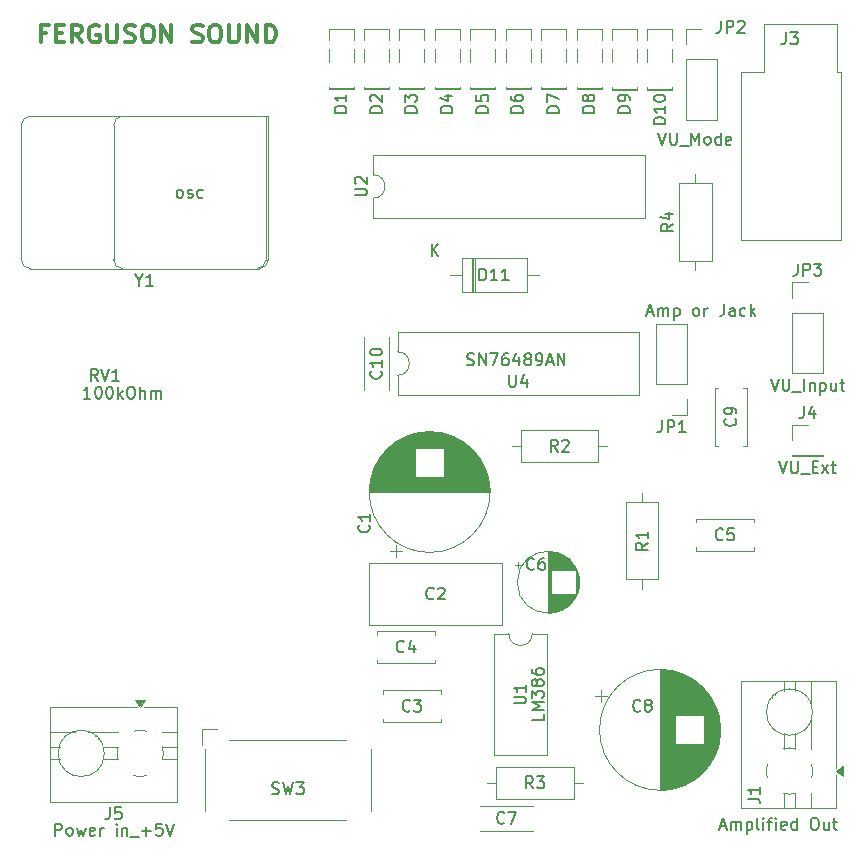
<source format=gbr>
%TF.GenerationSoftware,KiCad,Pcbnew,9.0.0*%
%TF.CreationDate,2025-04-10T20:22:44-05:00*%
%TF.ProjectId,SN76489AN_soundboard1,534e3736-3438-4394-914e-5f736f756e64,rev?*%
%TF.SameCoordinates,Original*%
%TF.FileFunction,Legend,Top*%
%TF.FilePolarity,Positive*%
%FSLAX46Y46*%
G04 Gerber Fmt 4.6, Leading zero omitted, Abs format (unit mm)*
G04 Created by KiCad (PCBNEW 9.0.0) date 2025-04-10 20:22:44*
%MOMM*%
%LPD*%
G01*
G04 APERTURE LIST*
%ADD10C,0.300000*%
%ADD11C,0.150000*%
%ADD12C,0.120000*%
G04 APERTURE END LIST*
D10*
X62554510Y-31515114D02*
X62054510Y-31515114D01*
X62054510Y-32300828D02*
X62054510Y-30800828D01*
X62054510Y-30800828D02*
X62768796Y-30800828D01*
X63340224Y-31515114D02*
X63840224Y-31515114D01*
X64054510Y-32300828D02*
X63340224Y-32300828D01*
X63340224Y-32300828D02*
X63340224Y-30800828D01*
X63340224Y-30800828D02*
X64054510Y-30800828D01*
X65554510Y-32300828D02*
X65054510Y-31586542D01*
X64697367Y-32300828D02*
X64697367Y-30800828D01*
X64697367Y-30800828D02*
X65268796Y-30800828D01*
X65268796Y-30800828D02*
X65411653Y-30872257D01*
X65411653Y-30872257D02*
X65483082Y-30943685D01*
X65483082Y-30943685D02*
X65554510Y-31086542D01*
X65554510Y-31086542D02*
X65554510Y-31300828D01*
X65554510Y-31300828D02*
X65483082Y-31443685D01*
X65483082Y-31443685D02*
X65411653Y-31515114D01*
X65411653Y-31515114D02*
X65268796Y-31586542D01*
X65268796Y-31586542D02*
X64697367Y-31586542D01*
X66983082Y-30872257D02*
X66840225Y-30800828D01*
X66840225Y-30800828D02*
X66625939Y-30800828D01*
X66625939Y-30800828D02*
X66411653Y-30872257D01*
X66411653Y-30872257D02*
X66268796Y-31015114D01*
X66268796Y-31015114D02*
X66197367Y-31157971D01*
X66197367Y-31157971D02*
X66125939Y-31443685D01*
X66125939Y-31443685D02*
X66125939Y-31657971D01*
X66125939Y-31657971D02*
X66197367Y-31943685D01*
X66197367Y-31943685D02*
X66268796Y-32086542D01*
X66268796Y-32086542D02*
X66411653Y-32229400D01*
X66411653Y-32229400D02*
X66625939Y-32300828D01*
X66625939Y-32300828D02*
X66768796Y-32300828D01*
X66768796Y-32300828D02*
X66983082Y-32229400D01*
X66983082Y-32229400D02*
X67054510Y-32157971D01*
X67054510Y-32157971D02*
X67054510Y-31657971D01*
X67054510Y-31657971D02*
X66768796Y-31657971D01*
X67697367Y-30800828D02*
X67697367Y-32015114D01*
X67697367Y-32015114D02*
X67768796Y-32157971D01*
X67768796Y-32157971D02*
X67840225Y-32229400D01*
X67840225Y-32229400D02*
X67983082Y-32300828D01*
X67983082Y-32300828D02*
X68268796Y-32300828D01*
X68268796Y-32300828D02*
X68411653Y-32229400D01*
X68411653Y-32229400D02*
X68483082Y-32157971D01*
X68483082Y-32157971D02*
X68554510Y-32015114D01*
X68554510Y-32015114D02*
X68554510Y-30800828D01*
X69197368Y-32229400D02*
X69411654Y-32300828D01*
X69411654Y-32300828D02*
X69768796Y-32300828D01*
X69768796Y-32300828D02*
X69911654Y-32229400D01*
X69911654Y-32229400D02*
X69983082Y-32157971D01*
X69983082Y-32157971D02*
X70054511Y-32015114D01*
X70054511Y-32015114D02*
X70054511Y-31872257D01*
X70054511Y-31872257D02*
X69983082Y-31729400D01*
X69983082Y-31729400D02*
X69911654Y-31657971D01*
X69911654Y-31657971D02*
X69768796Y-31586542D01*
X69768796Y-31586542D02*
X69483082Y-31515114D01*
X69483082Y-31515114D02*
X69340225Y-31443685D01*
X69340225Y-31443685D02*
X69268796Y-31372257D01*
X69268796Y-31372257D02*
X69197368Y-31229400D01*
X69197368Y-31229400D02*
X69197368Y-31086542D01*
X69197368Y-31086542D02*
X69268796Y-30943685D01*
X69268796Y-30943685D02*
X69340225Y-30872257D01*
X69340225Y-30872257D02*
X69483082Y-30800828D01*
X69483082Y-30800828D02*
X69840225Y-30800828D01*
X69840225Y-30800828D02*
X70054511Y-30872257D01*
X70983082Y-30800828D02*
X71268796Y-30800828D01*
X71268796Y-30800828D02*
X71411653Y-30872257D01*
X71411653Y-30872257D02*
X71554510Y-31015114D01*
X71554510Y-31015114D02*
X71625939Y-31300828D01*
X71625939Y-31300828D02*
X71625939Y-31800828D01*
X71625939Y-31800828D02*
X71554510Y-32086542D01*
X71554510Y-32086542D02*
X71411653Y-32229400D01*
X71411653Y-32229400D02*
X71268796Y-32300828D01*
X71268796Y-32300828D02*
X70983082Y-32300828D01*
X70983082Y-32300828D02*
X70840225Y-32229400D01*
X70840225Y-32229400D02*
X70697367Y-32086542D01*
X70697367Y-32086542D02*
X70625939Y-31800828D01*
X70625939Y-31800828D02*
X70625939Y-31300828D01*
X70625939Y-31300828D02*
X70697367Y-31015114D01*
X70697367Y-31015114D02*
X70840225Y-30872257D01*
X70840225Y-30872257D02*
X70983082Y-30800828D01*
X72268796Y-32300828D02*
X72268796Y-30800828D01*
X72268796Y-30800828D02*
X73125939Y-32300828D01*
X73125939Y-32300828D02*
X73125939Y-30800828D01*
X74911654Y-32229400D02*
X75125940Y-32300828D01*
X75125940Y-32300828D02*
X75483082Y-32300828D01*
X75483082Y-32300828D02*
X75625940Y-32229400D01*
X75625940Y-32229400D02*
X75697368Y-32157971D01*
X75697368Y-32157971D02*
X75768797Y-32015114D01*
X75768797Y-32015114D02*
X75768797Y-31872257D01*
X75768797Y-31872257D02*
X75697368Y-31729400D01*
X75697368Y-31729400D02*
X75625940Y-31657971D01*
X75625940Y-31657971D02*
X75483082Y-31586542D01*
X75483082Y-31586542D02*
X75197368Y-31515114D01*
X75197368Y-31515114D02*
X75054511Y-31443685D01*
X75054511Y-31443685D02*
X74983082Y-31372257D01*
X74983082Y-31372257D02*
X74911654Y-31229400D01*
X74911654Y-31229400D02*
X74911654Y-31086542D01*
X74911654Y-31086542D02*
X74983082Y-30943685D01*
X74983082Y-30943685D02*
X75054511Y-30872257D01*
X75054511Y-30872257D02*
X75197368Y-30800828D01*
X75197368Y-30800828D02*
X75554511Y-30800828D01*
X75554511Y-30800828D02*
X75768797Y-30872257D01*
X76697368Y-30800828D02*
X76983082Y-30800828D01*
X76983082Y-30800828D02*
X77125939Y-30872257D01*
X77125939Y-30872257D02*
X77268796Y-31015114D01*
X77268796Y-31015114D02*
X77340225Y-31300828D01*
X77340225Y-31300828D02*
X77340225Y-31800828D01*
X77340225Y-31800828D02*
X77268796Y-32086542D01*
X77268796Y-32086542D02*
X77125939Y-32229400D01*
X77125939Y-32229400D02*
X76983082Y-32300828D01*
X76983082Y-32300828D02*
X76697368Y-32300828D01*
X76697368Y-32300828D02*
X76554511Y-32229400D01*
X76554511Y-32229400D02*
X76411653Y-32086542D01*
X76411653Y-32086542D02*
X76340225Y-31800828D01*
X76340225Y-31800828D02*
X76340225Y-31300828D01*
X76340225Y-31300828D02*
X76411653Y-31015114D01*
X76411653Y-31015114D02*
X76554511Y-30872257D01*
X76554511Y-30872257D02*
X76697368Y-30800828D01*
X77983082Y-30800828D02*
X77983082Y-32015114D01*
X77983082Y-32015114D02*
X78054511Y-32157971D01*
X78054511Y-32157971D02*
X78125940Y-32229400D01*
X78125940Y-32229400D02*
X78268797Y-32300828D01*
X78268797Y-32300828D02*
X78554511Y-32300828D01*
X78554511Y-32300828D02*
X78697368Y-32229400D01*
X78697368Y-32229400D02*
X78768797Y-32157971D01*
X78768797Y-32157971D02*
X78840225Y-32015114D01*
X78840225Y-32015114D02*
X78840225Y-30800828D01*
X79554511Y-32300828D02*
X79554511Y-30800828D01*
X79554511Y-30800828D02*
X80411654Y-32300828D01*
X80411654Y-32300828D02*
X80411654Y-30800828D01*
X81125940Y-32300828D02*
X81125940Y-30800828D01*
X81125940Y-30800828D02*
X81483083Y-30800828D01*
X81483083Y-30800828D02*
X81697369Y-30872257D01*
X81697369Y-30872257D02*
X81840226Y-31015114D01*
X81840226Y-31015114D02*
X81911655Y-31157971D01*
X81911655Y-31157971D02*
X81983083Y-31443685D01*
X81983083Y-31443685D02*
X81983083Y-31657971D01*
X81983083Y-31657971D02*
X81911655Y-31943685D01*
X81911655Y-31943685D02*
X81840226Y-32086542D01*
X81840226Y-32086542D02*
X81697369Y-32229400D01*
X81697369Y-32229400D02*
X81483083Y-32300828D01*
X81483083Y-32300828D02*
X81125940Y-32300828D01*
D11*
X126666666Y-63124819D02*
X126666666Y-63839104D01*
X126666666Y-63839104D02*
X126619047Y-63981961D01*
X126619047Y-63981961D02*
X126523809Y-64077200D01*
X126523809Y-64077200D02*
X126380952Y-64124819D01*
X126380952Y-64124819D02*
X126285714Y-64124819D01*
X127571428Y-63458152D02*
X127571428Y-64124819D01*
X127333333Y-63077200D02*
X127095238Y-63791485D01*
X127095238Y-63791485D02*
X127714285Y-63791485D01*
X124619047Y-67784819D02*
X124952380Y-68784819D01*
X124952380Y-68784819D02*
X125285713Y-67784819D01*
X125619047Y-67784819D02*
X125619047Y-68594342D01*
X125619047Y-68594342D02*
X125666666Y-68689580D01*
X125666666Y-68689580D02*
X125714285Y-68737200D01*
X125714285Y-68737200D02*
X125809523Y-68784819D01*
X125809523Y-68784819D02*
X125999999Y-68784819D01*
X125999999Y-68784819D02*
X126095237Y-68737200D01*
X126095237Y-68737200D02*
X126142856Y-68689580D01*
X126142856Y-68689580D02*
X126190475Y-68594342D01*
X126190475Y-68594342D02*
X126190475Y-67784819D01*
X126428571Y-68880057D02*
X127190475Y-68880057D01*
X127428571Y-68261009D02*
X127761904Y-68261009D01*
X127904761Y-68784819D02*
X127428571Y-68784819D01*
X127428571Y-68784819D02*
X127428571Y-67784819D01*
X127428571Y-67784819D02*
X127904761Y-67784819D01*
X128238095Y-68784819D02*
X128761904Y-68118152D01*
X128238095Y-68118152D02*
X128761904Y-68784819D01*
X129000000Y-68118152D02*
X129380952Y-68118152D01*
X129142857Y-67784819D02*
X129142857Y-68641961D01*
X129142857Y-68641961D02*
X129190476Y-68737200D01*
X129190476Y-68737200D02*
X129285714Y-68784819D01*
X129285714Y-68784819D02*
X129380952Y-68784819D01*
X70403809Y-52428628D02*
X70403809Y-52904819D01*
X70070476Y-51904819D02*
X70403809Y-52428628D01*
X70403809Y-52428628D02*
X70737142Y-51904819D01*
X71594285Y-52904819D02*
X71022857Y-52904819D01*
X71308571Y-52904819D02*
X71308571Y-51904819D01*
X71308571Y-51904819D02*
X71213333Y-52047676D01*
X71213333Y-52047676D02*
X71118095Y-52142914D01*
X71118095Y-52142914D02*
X71022857Y-52190533D01*
X119666666Y-30469819D02*
X119666666Y-31184104D01*
X119666666Y-31184104D02*
X119619047Y-31326961D01*
X119619047Y-31326961D02*
X119523809Y-31422200D01*
X119523809Y-31422200D02*
X119380952Y-31469819D01*
X119380952Y-31469819D02*
X119285714Y-31469819D01*
X120142857Y-31469819D02*
X120142857Y-30469819D01*
X120142857Y-30469819D02*
X120523809Y-30469819D01*
X120523809Y-30469819D02*
X120619047Y-30517438D01*
X120619047Y-30517438D02*
X120666666Y-30565057D01*
X120666666Y-30565057D02*
X120714285Y-30660295D01*
X120714285Y-30660295D02*
X120714285Y-30803152D01*
X120714285Y-30803152D02*
X120666666Y-30898390D01*
X120666666Y-30898390D02*
X120619047Y-30946009D01*
X120619047Y-30946009D02*
X120523809Y-30993628D01*
X120523809Y-30993628D02*
X120142857Y-30993628D01*
X121095238Y-30565057D02*
X121142857Y-30517438D01*
X121142857Y-30517438D02*
X121238095Y-30469819D01*
X121238095Y-30469819D02*
X121476190Y-30469819D01*
X121476190Y-30469819D02*
X121571428Y-30517438D01*
X121571428Y-30517438D02*
X121619047Y-30565057D01*
X121619047Y-30565057D02*
X121666666Y-30660295D01*
X121666666Y-30660295D02*
X121666666Y-30755533D01*
X121666666Y-30755533D02*
X121619047Y-30898390D01*
X121619047Y-30898390D02*
X121047619Y-31469819D01*
X121047619Y-31469819D02*
X121666666Y-31469819D01*
X114357143Y-39954819D02*
X114690476Y-40954819D01*
X114690476Y-40954819D02*
X115023809Y-39954819D01*
X115357143Y-39954819D02*
X115357143Y-40764342D01*
X115357143Y-40764342D02*
X115404762Y-40859580D01*
X115404762Y-40859580D02*
X115452381Y-40907200D01*
X115452381Y-40907200D02*
X115547619Y-40954819D01*
X115547619Y-40954819D02*
X115738095Y-40954819D01*
X115738095Y-40954819D02*
X115833333Y-40907200D01*
X115833333Y-40907200D02*
X115880952Y-40859580D01*
X115880952Y-40859580D02*
X115928571Y-40764342D01*
X115928571Y-40764342D02*
X115928571Y-39954819D01*
X116166667Y-41050057D02*
X116928571Y-41050057D01*
X117166667Y-40954819D02*
X117166667Y-39954819D01*
X117166667Y-39954819D02*
X117500000Y-40669104D01*
X117500000Y-40669104D02*
X117833333Y-39954819D01*
X117833333Y-39954819D02*
X117833333Y-40954819D01*
X118452381Y-40954819D02*
X118357143Y-40907200D01*
X118357143Y-40907200D02*
X118309524Y-40859580D01*
X118309524Y-40859580D02*
X118261905Y-40764342D01*
X118261905Y-40764342D02*
X118261905Y-40478628D01*
X118261905Y-40478628D02*
X118309524Y-40383390D01*
X118309524Y-40383390D02*
X118357143Y-40335771D01*
X118357143Y-40335771D02*
X118452381Y-40288152D01*
X118452381Y-40288152D02*
X118595238Y-40288152D01*
X118595238Y-40288152D02*
X118690476Y-40335771D01*
X118690476Y-40335771D02*
X118738095Y-40383390D01*
X118738095Y-40383390D02*
X118785714Y-40478628D01*
X118785714Y-40478628D02*
X118785714Y-40764342D01*
X118785714Y-40764342D02*
X118738095Y-40859580D01*
X118738095Y-40859580D02*
X118690476Y-40907200D01*
X118690476Y-40907200D02*
X118595238Y-40954819D01*
X118595238Y-40954819D02*
X118452381Y-40954819D01*
X119642857Y-40954819D02*
X119642857Y-39954819D01*
X119642857Y-40907200D02*
X119547619Y-40954819D01*
X119547619Y-40954819D02*
X119357143Y-40954819D01*
X119357143Y-40954819D02*
X119261905Y-40907200D01*
X119261905Y-40907200D02*
X119214286Y-40859580D01*
X119214286Y-40859580D02*
X119166667Y-40764342D01*
X119166667Y-40764342D02*
X119166667Y-40478628D01*
X119166667Y-40478628D02*
X119214286Y-40383390D01*
X119214286Y-40383390D02*
X119261905Y-40335771D01*
X119261905Y-40335771D02*
X119357143Y-40288152D01*
X119357143Y-40288152D02*
X119547619Y-40288152D01*
X119547619Y-40288152D02*
X119642857Y-40335771D01*
X120500000Y-40907200D02*
X120404762Y-40954819D01*
X120404762Y-40954819D02*
X120214286Y-40954819D01*
X120214286Y-40954819D02*
X120119048Y-40907200D01*
X120119048Y-40907200D02*
X120071429Y-40811961D01*
X120071429Y-40811961D02*
X120071429Y-40431009D01*
X120071429Y-40431009D02*
X120119048Y-40335771D01*
X120119048Y-40335771D02*
X120214286Y-40288152D01*
X120214286Y-40288152D02*
X120404762Y-40288152D01*
X120404762Y-40288152D02*
X120500000Y-40335771D01*
X120500000Y-40335771D02*
X120547619Y-40431009D01*
X120547619Y-40431009D02*
X120547619Y-40526247D01*
X120547619Y-40526247D02*
X120071429Y-40621485D01*
X103753333Y-95454819D02*
X103420000Y-94978628D01*
X103181905Y-95454819D02*
X103181905Y-94454819D01*
X103181905Y-94454819D02*
X103562857Y-94454819D01*
X103562857Y-94454819D02*
X103658095Y-94502438D01*
X103658095Y-94502438D02*
X103705714Y-94550057D01*
X103705714Y-94550057D02*
X103753333Y-94645295D01*
X103753333Y-94645295D02*
X103753333Y-94788152D01*
X103753333Y-94788152D02*
X103705714Y-94883390D01*
X103705714Y-94883390D02*
X103658095Y-94931009D01*
X103658095Y-94931009D02*
X103562857Y-94978628D01*
X103562857Y-94978628D02*
X103181905Y-94978628D01*
X104086667Y-94454819D02*
X104705714Y-94454819D01*
X104705714Y-94454819D02*
X104372381Y-94835771D01*
X104372381Y-94835771D02*
X104515238Y-94835771D01*
X104515238Y-94835771D02*
X104610476Y-94883390D01*
X104610476Y-94883390D02*
X104658095Y-94931009D01*
X104658095Y-94931009D02*
X104705714Y-95026247D01*
X104705714Y-95026247D02*
X104705714Y-95264342D01*
X104705714Y-95264342D02*
X104658095Y-95359580D01*
X104658095Y-95359580D02*
X104610476Y-95407200D01*
X104610476Y-95407200D02*
X104515238Y-95454819D01*
X104515238Y-95454819D02*
X104229524Y-95454819D01*
X104229524Y-95454819D02*
X104134286Y-95407200D01*
X104134286Y-95407200D02*
X104086667Y-95359580D01*
X73785238Y-45454819D02*
X73690000Y-45407200D01*
X73690000Y-45407200D02*
X73642381Y-45359580D01*
X73642381Y-45359580D02*
X73594762Y-45264342D01*
X73594762Y-45264342D02*
X73594762Y-44978628D01*
X73594762Y-44978628D02*
X73642381Y-44883390D01*
X73642381Y-44883390D02*
X73690000Y-44835771D01*
X73690000Y-44835771D02*
X73785238Y-44788152D01*
X73785238Y-44788152D02*
X73928095Y-44788152D01*
X73928095Y-44788152D02*
X74023333Y-44835771D01*
X74023333Y-44835771D02*
X74070952Y-44883390D01*
X74070952Y-44883390D02*
X74118571Y-44978628D01*
X74118571Y-44978628D02*
X74118571Y-45264342D01*
X74118571Y-45264342D02*
X74070952Y-45359580D01*
X74070952Y-45359580D02*
X74023333Y-45407200D01*
X74023333Y-45407200D02*
X73928095Y-45454819D01*
X73928095Y-45454819D02*
X73785238Y-45454819D01*
X74499524Y-45407200D02*
X74594762Y-45454819D01*
X74594762Y-45454819D02*
X74785238Y-45454819D01*
X74785238Y-45454819D02*
X74880476Y-45407200D01*
X74880476Y-45407200D02*
X74928095Y-45311961D01*
X74928095Y-45311961D02*
X74928095Y-45264342D01*
X74928095Y-45264342D02*
X74880476Y-45169104D01*
X74880476Y-45169104D02*
X74785238Y-45121485D01*
X74785238Y-45121485D02*
X74642381Y-45121485D01*
X74642381Y-45121485D02*
X74547143Y-45073866D01*
X74547143Y-45073866D02*
X74499524Y-44978628D01*
X74499524Y-44978628D02*
X74499524Y-44931009D01*
X74499524Y-44931009D02*
X74547143Y-44835771D01*
X74547143Y-44835771D02*
X74642381Y-44788152D01*
X74642381Y-44788152D02*
X74785238Y-44788152D01*
X74785238Y-44788152D02*
X74880476Y-44835771D01*
X75785238Y-45407200D02*
X75690000Y-45454819D01*
X75690000Y-45454819D02*
X75499524Y-45454819D01*
X75499524Y-45454819D02*
X75404286Y-45407200D01*
X75404286Y-45407200D02*
X75356667Y-45359580D01*
X75356667Y-45359580D02*
X75309048Y-45264342D01*
X75309048Y-45264342D02*
X75309048Y-44978628D01*
X75309048Y-44978628D02*
X75356667Y-44883390D01*
X75356667Y-44883390D02*
X75404286Y-44835771D01*
X75404286Y-44835771D02*
X75499524Y-44788152D01*
X75499524Y-44788152D02*
X75690000Y-44788152D01*
X75690000Y-44788152D02*
X75785238Y-44835771D01*
X93333333Y-88859580D02*
X93285714Y-88907200D01*
X93285714Y-88907200D02*
X93142857Y-88954819D01*
X93142857Y-88954819D02*
X93047619Y-88954819D01*
X93047619Y-88954819D02*
X92904762Y-88907200D01*
X92904762Y-88907200D02*
X92809524Y-88811961D01*
X92809524Y-88811961D02*
X92761905Y-88716723D01*
X92761905Y-88716723D02*
X92714286Y-88526247D01*
X92714286Y-88526247D02*
X92714286Y-88383390D01*
X92714286Y-88383390D02*
X92761905Y-88192914D01*
X92761905Y-88192914D02*
X92809524Y-88097676D01*
X92809524Y-88097676D02*
X92904762Y-88002438D01*
X92904762Y-88002438D02*
X93047619Y-87954819D01*
X93047619Y-87954819D02*
X93142857Y-87954819D01*
X93142857Y-87954819D02*
X93285714Y-88002438D01*
X93285714Y-88002438D02*
X93333333Y-88050057D01*
X93666667Y-87954819D02*
X94285714Y-87954819D01*
X94285714Y-87954819D02*
X93952381Y-88335771D01*
X93952381Y-88335771D02*
X94095238Y-88335771D01*
X94095238Y-88335771D02*
X94190476Y-88383390D01*
X94190476Y-88383390D02*
X94238095Y-88431009D01*
X94238095Y-88431009D02*
X94285714Y-88526247D01*
X94285714Y-88526247D02*
X94285714Y-88764342D01*
X94285714Y-88764342D02*
X94238095Y-88859580D01*
X94238095Y-88859580D02*
X94190476Y-88907200D01*
X94190476Y-88907200D02*
X94095238Y-88954819D01*
X94095238Y-88954819D02*
X93809524Y-88954819D01*
X93809524Y-88954819D02*
X93714286Y-88907200D01*
X93714286Y-88907200D02*
X93666667Y-88859580D01*
X88669931Y-45256904D02*
X89479454Y-45256904D01*
X89479454Y-45256904D02*
X89574692Y-45209285D01*
X89574692Y-45209285D02*
X89622312Y-45161666D01*
X89622312Y-45161666D02*
X89669931Y-45066428D01*
X89669931Y-45066428D02*
X89669931Y-44875952D01*
X89669931Y-44875952D02*
X89622312Y-44780714D01*
X89622312Y-44780714D02*
X89574692Y-44733095D01*
X89574692Y-44733095D02*
X89479454Y-44685476D01*
X89479454Y-44685476D02*
X88669931Y-44685476D01*
X88765169Y-44256904D02*
X88717550Y-44209285D01*
X88717550Y-44209285D02*
X88669931Y-44114047D01*
X88669931Y-44114047D02*
X88669931Y-43875952D01*
X88669931Y-43875952D02*
X88717550Y-43780714D01*
X88717550Y-43780714D02*
X88765169Y-43733095D01*
X88765169Y-43733095D02*
X88860407Y-43685476D01*
X88860407Y-43685476D02*
X88955645Y-43685476D01*
X88955645Y-43685476D02*
X89098502Y-43733095D01*
X89098502Y-43733095D02*
X89669931Y-44304523D01*
X89669931Y-44304523D02*
X89669931Y-43685476D01*
X114954819Y-39214285D02*
X113954819Y-39214285D01*
X113954819Y-39214285D02*
X113954819Y-38976190D01*
X113954819Y-38976190D02*
X114002438Y-38833333D01*
X114002438Y-38833333D02*
X114097676Y-38738095D01*
X114097676Y-38738095D02*
X114192914Y-38690476D01*
X114192914Y-38690476D02*
X114383390Y-38642857D01*
X114383390Y-38642857D02*
X114526247Y-38642857D01*
X114526247Y-38642857D02*
X114716723Y-38690476D01*
X114716723Y-38690476D02*
X114811961Y-38738095D01*
X114811961Y-38738095D02*
X114907200Y-38833333D01*
X114907200Y-38833333D02*
X114954819Y-38976190D01*
X114954819Y-38976190D02*
X114954819Y-39214285D01*
X114954819Y-37690476D02*
X114954819Y-38261904D01*
X114954819Y-37976190D02*
X113954819Y-37976190D01*
X113954819Y-37976190D02*
X114097676Y-38071428D01*
X114097676Y-38071428D02*
X114192914Y-38166666D01*
X114192914Y-38166666D02*
X114240533Y-38261904D01*
X113954819Y-37071428D02*
X113954819Y-36976190D01*
X113954819Y-36976190D02*
X114002438Y-36880952D01*
X114002438Y-36880952D02*
X114050057Y-36833333D01*
X114050057Y-36833333D02*
X114145295Y-36785714D01*
X114145295Y-36785714D02*
X114335771Y-36738095D01*
X114335771Y-36738095D02*
X114573866Y-36738095D01*
X114573866Y-36738095D02*
X114764342Y-36785714D01*
X114764342Y-36785714D02*
X114859580Y-36833333D01*
X114859580Y-36833333D02*
X114907200Y-36880952D01*
X114907200Y-36880952D02*
X114954819Y-36976190D01*
X114954819Y-36976190D02*
X114954819Y-37071428D01*
X114954819Y-37071428D02*
X114907200Y-37166666D01*
X114907200Y-37166666D02*
X114859580Y-37214285D01*
X114859580Y-37214285D02*
X114764342Y-37261904D01*
X114764342Y-37261904D02*
X114573866Y-37309523D01*
X114573866Y-37309523D02*
X114335771Y-37309523D01*
X114335771Y-37309523D02*
X114145295Y-37261904D01*
X114145295Y-37261904D02*
X114050057Y-37214285D01*
X114050057Y-37214285D02*
X114002438Y-37166666D01*
X114002438Y-37166666D02*
X113954819Y-37071428D01*
X102144819Y-88261904D02*
X102954342Y-88261904D01*
X102954342Y-88261904D02*
X103049580Y-88214285D01*
X103049580Y-88214285D02*
X103097200Y-88166666D01*
X103097200Y-88166666D02*
X103144819Y-88071428D01*
X103144819Y-88071428D02*
X103144819Y-87880952D01*
X103144819Y-87880952D02*
X103097200Y-87785714D01*
X103097200Y-87785714D02*
X103049580Y-87738095D01*
X103049580Y-87738095D02*
X102954342Y-87690476D01*
X102954342Y-87690476D02*
X102144819Y-87690476D01*
X103144819Y-86690476D02*
X103144819Y-87261904D01*
X103144819Y-86976190D02*
X102144819Y-86976190D01*
X102144819Y-86976190D02*
X102287676Y-87071428D01*
X102287676Y-87071428D02*
X102382914Y-87166666D01*
X102382914Y-87166666D02*
X102430533Y-87261904D01*
X104644819Y-89190476D02*
X104644819Y-89666666D01*
X104644819Y-89666666D02*
X103644819Y-89666666D01*
X104644819Y-88857142D02*
X103644819Y-88857142D01*
X103644819Y-88857142D02*
X104359104Y-88523809D01*
X104359104Y-88523809D02*
X103644819Y-88190476D01*
X103644819Y-88190476D02*
X104644819Y-88190476D01*
X103644819Y-87809523D02*
X103644819Y-87190476D01*
X103644819Y-87190476D02*
X104025771Y-87523809D01*
X104025771Y-87523809D02*
X104025771Y-87380952D01*
X104025771Y-87380952D02*
X104073390Y-87285714D01*
X104073390Y-87285714D02*
X104121009Y-87238095D01*
X104121009Y-87238095D02*
X104216247Y-87190476D01*
X104216247Y-87190476D02*
X104454342Y-87190476D01*
X104454342Y-87190476D02*
X104549580Y-87238095D01*
X104549580Y-87238095D02*
X104597200Y-87285714D01*
X104597200Y-87285714D02*
X104644819Y-87380952D01*
X104644819Y-87380952D02*
X104644819Y-87666666D01*
X104644819Y-87666666D02*
X104597200Y-87761904D01*
X104597200Y-87761904D02*
X104549580Y-87809523D01*
X104073390Y-86619047D02*
X104025771Y-86714285D01*
X104025771Y-86714285D02*
X103978152Y-86761904D01*
X103978152Y-86761904D02*
X103882914Y-86809523D01*
X103882914Y-86809523D02*
X103835295Y-86809523D01*
X103835295Y-86809523D02*
X103740057Y-86761904D01*
X103740057Y-86761904D02*
X103692438Y-86714285D01*
X103692438Y-86714285D02*
X103644819Y-86619047D01*
X103644819Y-86619047D02*
X103644819Y-86428571D01*
X103644819Y-86428571D02*
X103692438Y-86333333D01*
X103692438Y-86333333D02*
X103740057Y-86285714D01*
X103740057Y-86285714D02*
X103835295Y-86238095D01*
X103835295Y-86238095D02*
X103882914Y-86238095D01*
X103882914Y-86238095D02*
X103978152Y-86285714D01*
X103978152Y-86285714D02*
X104025771Y-86333333D01*
X104025771Y-86333333D02*
X104073390Y-86428571D01*
X104073390Y-86428571D02*
X104073390Y-86619047D01*
X104073390Y-86619047D02*
X104121009Y-86714285D01*
X104121009Y-86714285D02*
X104168628Y-86761904D01*
X104168628Y-86761904D02*
X104263866Y-86809523D01*
X104263866Y-86809523D02*
X104454342Y-86809523D01*
X104454342Y-86809523D02*
X104549580Y-86761904D01*
X104549580Y-86761904D02*
X104597200Y-86714285D01*
X104597200Y-86714285D02*
X104644819Y-86619047D01*
X104644819Y-86619047D02*
X104644819Y-86428571D01*
X104644819Y-86428571D02*
X104597200Y-86333333D01*
X104597200Y-86333333D02*
X104549580Y-86285714D01*
X104549580Y-86285714D02*
X104454342Y-86238095D01*
X104454342Y-86238095D02*
X104263866Y-86238095D01*
X104263866Y-86238095D02*
X104168628Y-86285714D01*
X104168628Y-86285714D02*
X104121009Y-86333333D01*
X104121009Y-86333333D02*
X104073390Y-86428571D01*
X103644819Y-85380952D02*
X103644819Y-85571428D01*
X103644819Y-85571428D02*
X103692438Y-85666666D01*
X103692438Y-85666666D02*
X103740057Y-85714285D01*
X103740057Y-85714285D02*
X103882914Y-85809523D01*
X103882914Y-85809523D02*
X104073390Y-85857142D01*
X104073390Y-85857142D02*
X104454342Y-85857142D01*
X104454342Y-85857142D02*
X104549580Y-85809523D01*
X104549580Y-85809523D02*
X104597200Y-85761904D01*
X104597200Y-85761904D02*
X104644819Y-85666666D01*
X104644819Y-85666666D02*
X104644819Y-85476190D01*
X104644819Y-85476190D02*
X104597200Y-85380952D01*
X104597200Y-85380952D02*
X104549580Y-85333333D01*
X104549580Y-85333333D02*
X104454342Y-85285714D01*
X104454342Y-85285714D02*
X104216247Y-85285714D01*
X104216247Y-85285714D02*
X104121009Y-85333333D01*
X104121009Y-85333333D02*
X104073390Y-85380952D01*
X104073390Y-85380952D02*
X104025771Y-85476190D01*
X104025771Y-85476190D02*
X104025771Y-85666666D01*
X104025771Y-85666666D02*
X104073390Y-85761904D01*
X104073390Y-85761904D02*
X104121009Y-85809523D01*
X104121009Y-85809523D02*
X104216247Y-85857142D01*
X99205714Y-52454819D02*
X99205714Y-51454819D01*
X99205714Y-51454819D02*
X99443809Y-51454819D01*
X99443809Y-51454819D02*
X99586666Y-51502438D01*
X99586666Y-51502438D02*
X99681904Y-51597676D01*
X99681904Y-51597676D02*
X99729523Y-51692914D01*
X99729523Y-51692914D02*
X99777142Y-51883390D01*
X99777142Y-51883390D02*
X99777142Y-52026247D01*
X99777142Y-52026247D02*
X99729523Y-52216723D01*
X99729523Y-52216723D02*
X99681904Y-52311961D01*
X99681904Y-52311961D02*
X99586666Y-52407200D01*
X99586666Y-52407200D02*
X99443809Y-52454819D01*
X99443809Y-52454819D02*
X99205714Y-52454819D01*
X100729523Y-52454819D02*
X100158095Y-52454819D01*
X100443809Y-52454819D02*
X100443809Y-51454819D01*
X100443809Y-51454819D02*
X100348571Y-51597676D01*
X100348571Y-51597676D02*
X100253333Y-51692914D01*
X100253333Y-51692914D02*
X100158095Y-51740533D01*
X101681904Y-52454819D02*
X101110476Y-52454819D01*
X101396190Y-52454819D02*
X101396190Y-51454819D01*
X101396190Y-51454819D02*
X101300952Y-51597676D01*
X101300952Y-51597676D02*
X101205714Y-51692914D01*
X101205714Y-51692914D02*
X101110476Y-51740533D01*
X95158095Y-50354819D02*
X95158095Y-49354819D01*
X95729523Y-50354819D02*
X95300952Y-49783390D01*
X95729523Y-49354819D02*
X95158095Y-49926247D01*
X105833333Y-66954819D02*
X105500000Y-66478628D01*
X105261905Y-66954819D02*
X105261905Y-65954819D01*
X105261905Y-65954819D02*
X105642857Y-65954819D01*
X105642857Y-65954819D02*
X105738095Y-66002438D01*
X105738095Y-66002438D02*
X105785714Y-66050057D01*
X105785714Y-66050057D02*
X105833333Y-66145295D01*
X105833333Y-66145295D02*
X105833333Y-66288152D01*
X105833333Y-66288152D02*
X105785714Y-66383390D01*
X105785714Y-66383390D02*
X105738095Y-66431009D01*
X105738095Y-66431009D02*
X105642857Y-66478628D01*
X105642857Y-66478628D02*
X105261905Y-66478628D01*
X106214286Y-66050057D02*
X106261905Y-66002438D01*
X106261905Y-66002438D02*
X106357143Y-65954819D01*
X106357143Y-65954819D02*
X106595238Y-65954819D01*
X106595238Y-65954819D02*
X106690476Y-66002438D01*
X106690476Y-66002438D02*
X106738095Y-66050057D01*
X106738095Y-66050057D02*
X106785714Y-66145295D01*
X106785714Y-66145295D02*
X106785714Y-66240533D01*
X106785714Y-66240533D02*
X106738095Y-66383390D01*
X106738095Y-66383390D02*
X106166667Y-66954819D01*
X106166667Y-66954819D02*
X106785714Y-66954819D01*
X125166666Y-31454819D02*
X125166666Y-32169104D01*
X125166666Y-32169104D02*
X125119047Y-32311961D01*
X125119047Y-32311961D02*
X125023809Y-32407200D01*
X125023809Y-32407200D02*
X124880952Y-32454819D01*
X124880952Y-32454819D02*
X124785714Y-32454819D01*
X125547619Y-31454819D02*
X126166666Y-31454819D01*
X126166666Y-31454819D02*
X125833333Y-31835771D01*
X125833333Y-31835771D02*
X125976190Y-31835771D01*
X125976190Y-31835771D02*
X126071428Y-31883390D01*
X126071428Y-31883390D02*
X126119047Y-31931009D01*
X126119047Y-31931009D02*
X126166666Y-32026247D01*
X126166666Y-32026247D02*
X126166666Y-32264342D01*
X126166666Y-32264342D02*
X126119047Y-32359580D01*
X126119047Y-32359580D02*
X126071428Y-32407200D01*
X126071428Y-32407200D02*
X125976190Y-32454819D01*
X125976190Y-32454819D02*
X125690476Y-32454819D01*
X125690476Y-32454819D02*
X125595238Y-32407200D01*
X125595238Y-32407200D02*
X125547619Y-32359580D01*
X103833333Y-76859580D02*
X103785714Y-76907200D01*
X103785714Y-76907200D02*
X103642857Y-76954819D01*
X103642857Y-76954819D02*
X103547619Y-76954819D01*
X103547619Y-76954819D02*
X103404762Y-76907200D01*
X103404762Y-76907200D02*
X103309524Y-76811961D01*
X103309524Y-76811961D02*
X103261905Y-76716723D01*
X103261905Y-76716723D02*
X103214286Y-76526247D01*
X103214286Y-76526247D02*
X103214286Y-76383390D01*
X103214286Y-76383390D02*
X103261905Y-76192914D01*
X103261905Y-76192914D02*
X103309524Y-76097676D01*
X103309524Y-76097676D02*
X103404762Y-76002438D01*
X103404762Y-76002438D02*
X103547619Y-75954819D01*
X103547619Y-75954819D02*
X103642857Y-75954819D01*
X103642857Y-75954819D02*
X103785714Y-76002438D01*
X103785714Y-76002438D02*
X103833333Y-76050057D01*
X104690476Y-75954819D02*
X104500000Y-75954819D01*
X104500000Y-75954819D02*
X104404762Y-76002438D01*
X104404762Y-76002438D02*
X104357143Y-76050057D01*
X104357143Y-76050057D02*
X104261905Y-76192914D01*
X104261905Y-76192914D02*
X104214286Y-76383390D01*
X104214286Y-76383390D02*
X104214286Y-76764342D01*
X104214286Y-76764342D02*
X104261905Y-76859580D01*
X104261905Y-76859580D02*
X104309524Y-76907200D01*
X104309524Y-76907200D02*
X104404762Y-76954819D01*
X104404762Y-76954819D02*
X104595238Y-76954819D01*
X104595238Y-76954819D02*
X104690476Y-76907200D01*
X104690476Y-76907200D02*
X104738095Y-76859580D01*
X104738095Y-76859580D02*
X104785714Y-76764342D01*
X104785714Y-76764342D02*
X104785714Y-76526247D01*
X104785714Y-76526247D02*
X104738095Y-76431009D01*
X104738095Y-76431009D02*
X104690476Y-76383390D01*
X104690476Y-76383390D02*
X104595238Y-76335771D01*
X104595238Y-76335771D02*
X104404762Y-76335771D01*
X104404762Y-76335771D02*
X104309524Y-76383390D01*
X104309524Y-76383390D02*
X104261905Y-76431009D01*
X104261905Y-76431009D02*
X104214286Y-76526247D01*
X92833333Y-83859580D02*
X92785714Y-83907200D01*
X92785714Y-83907200D02*
X92642857Y-83954819D01*
X92642857Y-83954819D02*
X92547619Y-83954819D01*
X92547619Y-83954819D02*
X92404762Y-83907200D01*
X92404762Y-83907200D02*
X92309524Y-83811961D01*
X92309524Y-83811961D02*
X92261905Y-83716723D01*
X92261905Y-83716723D02*
X92214286Y-83526247D01*
X92214286Y-83526247D02*
X92214286Y-83383390D01*
X92214286Y-83383390D02*
X92261905Y-83192914D01*
X92261905Y-83192914D02*
X92309524Y-83097676D01*
X92309524Y-83097676D02*
X92404762Y-83002438D01*
X92404762Y-83002438D02*
X92547619Y-82954819D01*
X92547619Y-82954819D02*
X92642857Y-82954819D01*
X92642857Y-82954819D02*
X92785714Y-83002438D01*
X92785714Y-83002438D02*
X92833333Y-83050057D01*
X93690476Y-83288152D02*
X93690476Y-83954819D01*
X93452381Y-82907200D02*
X93214286Y-83621485D01*
X93214286Y-83621485D02*
X93833333Y-83621485D01*
X95333333Y-79359580D02*
X95285714Y-79407200D01*
X95285714Y-79407200D02*
X95142857Y-79454819D01*
X95142857Y-79454819D02*
X95047619Y-79454819D01*
X95047619Y-79454819D02*
X94904762Y-79407200D01*
X94904762Y-79407200D02*
X94809524Y-79311961D01*
X94809524Y-79311961D02*
X94761905Y-79216723D01*
X94761905Y-79216723D02*
X94714286Y-79026247D01*
X94714286Y-79026247D02*
X94714286Y-78883390D01*
X94714286Y-78883390D02*
X94761905Y-78692914D01*
X94761905Y-78692914D02*
X94809524Y-78597676D01*
X94809524Y-78597676D02*
X94904762Y-78502438D01*
X94904762Y-78502438D02*
X95047619Y-78454819D01*
X95047619Y-78454819D02*
X95142857Y-78454819D01*
X95142857Y-78454819D02*
X95285714Y-78502438D01*
X95285714Y-78502438D02*
X95333333Y-78550057D01*
X95714286Y-78550057D02*
X95761905Y-78502438D01*
X95761905Y-78502438D02*
X95857143Y-78454819D01*
X95857143Y-78454819D02*
X96095238Y-78454819D01*
X96095238Y-78454819D02*
X96190476Y-78502438D01*
X96190476Y-78502438D02*
X96238095Y-78550057D01*
X96238095Y-78550057D02*
X96285714Y-78645295D01*
X96285714Y-78645295D02*
X96285714Y-78740533D01*
X96285714Y-78740533D02*
X96238095Y-78883390D01*
X96238095Y-78883390D02*
X95666667Y-79454819D01*
X95666667Y-79454819D02*
X96285714Y-79454819D01*
X93894819Y-38238094D02*
X92894819Y-38238094D01*
X92894819Y-38238094D02*
X92894819Y-37999999D01*
X92894819Y-37999999D02*
X92942438Y-37857142D01*
X92942438Y-37857142D02*
X93037676Y-37761904D01*
X93037676Y-37761904D02*
X93132914Y-37714285D01*
X93132914Y-37714285D02*
X93323390Y-37666666D01*
X93323390Y-37666666D02*
X93466247Y-37666666D01*
X93466247Y-37666666D02*
X93656723Y-37714285D01*
X93656723Y-37714285D02*
X93751961Y-37761904D01*
X93751961Y-37761904D02*
X93847200Y-37857142D01*
X93847200Y-37857142D02*
X93894819Y-37999999D01*
X93894819Y-37999999D02*
X93894819Y-38238094D01*
X92894819Y-37333332D02*
X92894819Y-36714285D01*
X92894819Y-36714285D02*
X93275771Y-37047618D01*
X93275771Y-37047618D02*
X93275771Y-36904761D01*
X93275771Y-36904761D02*
X93323390Y-36809523D01*
X93323390Y-36809523D02*
X93371009Y-36761904D01*
X93371009Y-36761904D02*
X93466247Y-36714285D01*
X93466247Y-36714285D02*
X93704342Y-36714285D01*
X93704342Y-36714285D02*
X93799580Y-36761904D01*
X93799580Y-36761904D02*
X93847200Y-36809523D01*
X93847200Y-36809523D02*
X93894819Y-36904761D01*
X93894819Y-36904761D02*
X93894819Y-37190475D01*
X93894819Y-37190475D02*
X93847200Y-37285713D01*
X93847200Y-37285713D02*
X93799580Y-37333332D01*
X101738095Y-60454819D02*
X101738095Y-61264342D01*
X101738095Y-61264342D02*
X101785714Y-61359580D01*
X101785714Y-61359580D02*
X101833333Y-61407200D01*
X101833333Y-61407200D02*
X101928571Y-61454819D01*
X101928571Y-61454819D02*
X102119047Y-61454819D01*
X102119047Y-61454819D02*
X102214285Y-61407200D01*
X102214285Y-61407200D02*
X102261904Y-61359580D01*
X102261904Y-61359580D02*
X102309523Y-61264342D01*
X102309523Y-61264342D02*
X102309523Y-60454819D01*
X103214285Y-60788152D02*
X103214285Y-61454819D01*
X102976190Y-60407200D02*
X102738095Y-61121485D01*
X102738095Y-61121485D02*
X103357142Y-61121485D01*
X98167143Y-59592200D02*
X98310000Y-59639819D01*
X98310000Y-59639819D02*
X98548095Y-59639819D01*
X98548095Y-59639819D02*
X98643333Y-59592200D01*
X98643333Y-59592200D02*
X98690952Y-59544580D01*
X98690952Y-59544580D02*
X98738571Y-59449342D01*
X98738571Y-59449342D02*
X98738571Y-59354104D01*
X98738571Y-59354104D02*
X98690952Y-59258866D01*
X98690952Y-59258866D02*
X98643333Y-59211247D01*
X98643333Y-59211247D02*
X98548095Y-59163628D01*
X98548095Y-59163628D02*
X98357619Y-59116009D01*
X98357619Y-59116009D02*
X98262381Y-59068390D01*
X98262381Y-59068390D02*
X98214762Y-59020771D01*
X98214762Y-59020771D02*
X98167143Y-58925533D01*
X98167143Y-58925533D02*
X98167143Y-58830295D01*
X98167143Y-58830295D02*
X98214762Y-58735057D01*
X98214762Y-58735057D02*
X98262381Y-58687438D01*
X98262381Y-58687438D02*
X98357619Y-58639819D01*
X98357619Y-58639819D02*
X98595714Y-58639819D01*
X98595714Y-58639819D02*
X98738571Y-58687438D01*
X99167143Y-59639819D02*
X99167143Y-58639819D01*
X99167143Y-58639819D02*
X99738571Y-59639819D01*
X99738571Y-59639819D02*
X99738571Y-58639819D01*
X100119524Y-58639819D02*
X100786190Y-58639819D01*
X100786190Y-58639819D02*
X100357619Y-59639819D01*
X101595714Y-58639819D02*
X101405238Y-58639819D01*
X101405238Y-58639819D02*
X101310000Y-58687438D01*
X101310000Y-58687438D02*
X101262381Y-58735057D01*
X101262381Y-58735057D02*
X101167143Y-58877914D01*
X101167143Y-58877914D02*
X101119524Y-59068390D01*
X101119524Y-59068390D02*
X101119524Y-59449342D01*
X101119524Y-59449342D02*
X101167143Y-59544580D01*
X101167143Y-59544580D02*
X101214762Y-59592200D01*
X101214762Y-59592200D02*
X101310000Y-59639819D01*
X101310000Y-59639819D02*
X101500476Y-59639819D01*
X101500476Y-59639819D02*
X101595714Y-59592200D01*
X101595714Y-59592200D02*
X101643333Y-59544580D01*
X101643333Y-59544580D02*
X101690952Y-59449342D01*
X101690952Y-59449342D02*
X101690952Y-59211247D01*
X101690952Y-59211247D02*
X101643333Y-59116009D01*
X101643333Y-59116009D02*
X101595714Y-59068390D01*
X101595714Y-59068390D02*
X101500476Y-59020771D01*
X101500476Y-59020771D02*
X101310000Y-59020771D01*
X101310000Y-59020771D02*
X101214762Y-59068390D01*
X101214762Y-59068390D02*
X101167143Y-59116009D01*
X101167143Y-59116009D02*
X101119524Y-59211247D01*
X102548095Y-58973152D02*
X102548095Y-59639819D01*
X102310000Y-58592200D02*
X102071905Y-59306485D01*
X102071905Y-59306485D02*
X102690952Y-59306485D01*
X103214762Y-59068390D02*
X103119524Y-59020771D01*
X103119524Y-59020771D02*
X103071905Y-58973152D01*
X103071905Y-58973152D02*
X103024286Y-58877914D01*
X103024286Y-58877914D02*
X103024286Y-58830295D01*
X103024286Y-58830295D02*
X103071905Y-58735057D01*
X103071905Y-58735057D02*
X103119524Y-58687438D01*
X103119524Y-58687438D02*
X103214762Y-58639819D01*
X103214762Y-58639819D02*
X103405238Y-58639819D01*
X103405238Y-58639819D02*
X103500476Y-58687438D01*
X103500476Y-58687438D02*
X103548095Y-58735057D01*
X103548095Y-58735057D02*
X103595714Y-58830295D01*
X103595714Y-58830295D02*
X103595714Y-58877914D01*
X103595714Y-58877914D02*
X103548095Y-58973152D01*
X103548095Y-58973152D02*
X103500476Y-59020771D01*
X103500476Y-59020771D02*
X103405238Y-59068390D01*
X103405238Y-59068390D02*
X103214762Y-59068390D01*
X103214762Y-59068390D02*
X103119524Y-59116009D01*
X103119524Y-59116009D02*
X103071905Y-59163628D01*
X103071905Y-59163628D02*
X103024286Y-59258866D01*
X103024286Y-59258866D02*
X103024286Y-59449342D01*
X103024286Y-59449342D02*
X103071905Y-59544580D01*
X103071905Y-59544580D02*
X103119524Y-59592200D01*
X103119524Y-59592200D02*
X103214762Y-59639819D01*
X103214762Y-59639819D02*
X103405238Y-59639819D01*
X103405238Y-59639819D02*
X103500476Y-59592200D01*
X103500476Y-59592200D02*
X103548095Y-59544580D01*
X103548095Y-59544580D02*
X103595714Y-59449342D01*
X103595714Y-59449342D02*
X103595714Y-59258866D01*
X103595714Y-59258866D02*
X103548095Y-59163628D01*
X103548095Y-59163628D02*
X103500476Y-59116009D01*
X103500476Y-59116009D02*
X103405238Y-59068390D01*
X104071905Y-59639819D02*
X104262381Y-59639819D01*
X104262381Y-59639819D02*
X104357619Y-59592200D01*
X104357619Y-59592200D02*
X104405238Y-59544580D01*
X104405238Y-59544580D02*
X104500476Y-59401723D01*
X104500476Y-59401723D02*
X104548095Y-59211247D01*
X104548095Y-59211247D02*
X104548095Y-58830295D01*
X104548095Y-58830295D02*
X104500476Y-58735057D01*
X104500476Y-58735057D02*
X104452857Y-58687438D01*
X104452857Y-58687438D02*
X104357619Y-58639819D01*
X104357619Y-58639819D02*
X104167143Y-58639819D01*
X104167143Y-58639819D02*
X104071905Y-58687438D01*
X104071905Y-58687438D02*
X104024286Y-58735057D01*
X104024286Y-58735057D02*
X103976667Y-58830295D01*
X103976667Y-58830295D02*
X103976667Y-59068390D01*
X103976667Y-59068390D02*
X104024286Y-59163628D01*
X104024286Y-59163628D02*
X104071905Y-59211247D01*
X104071905Y-59211247D02*
X104167143Y-59258866D01*
X104167143Y-59258866D02*
X104357619Y-59258866D01*
X104357619Y-59258866D02*
X104452857Y-59211247D01*
X104452857Y-59211247D02*
X104500476Y-59163628D01*
X104500476Y-59163628D02*
X104548095Y-59068390D01*
X104929048Y-59354104D02*
X105405238Y-59354104D01*
X104833810Y-59639819D02*
X105167143Y-58639819D01*
X105167143Y-58639819D02*
X105500476Y-59639819D01*
X105833810Y-59639819D02*
X105833810Y-58639819D01*
X105833810Y-58639819D02*
X106405238Y-59639819D01*
X106405238Y-59639819D02*
X106405238Y-58639819D01*
X113454819Y-74666666D02*
X112978628Y-74999999D01*
X113454819Y-75238094D02*
X112454819Y-75238094D01*
X112454819Y-75238094D02*
X112454819Y-74857142D01*
X112454819Y-74857142D02*
X112502438Y-74761904D01*
X112502438Y-74761904D02*
X112550057Y-74714285D01*
X112550057Y-74714285D02*
X112645295Y-74666666D01*
X112645295Y-74666666D02*
X112788152Y-74666666D01*
X112788152Y-74666666D02*
X112883390Y-74714285D01*
X112883390Y-74714285D02*
X112931009Y-74761904D01*
X112931009Y-74761904D02*
X112978628Y-74857142D01*
X112978628Y-74857142D02*
X112978628Y-75238094D01*
X113454819Y-73714285D02*
X113454819Y-74285713D01*
X113454819Y-73999999D02*
X112454819Y-73999999D01*
X112454819Y-73999999D02*
X112597676Y-74095237D01*
X112597676Y-74095237D02*
X112692914Y-74190475D01*
X112692914Y-74190475D02*
X112740533Y-74285713D01*
X120859580Y-64166666D02*
X120907200Y-64214285D01*
X120907200Y-64214285D02*
X120954819Y-64357142D01*
X120954819Y-64357142D02*
X120954819Y-64452380D01*
X120954819Y-64452380D02*
X120907200Y-64595237D01*
X120907200Y-64595237D02*
X120811961Y-64690475D01*
X120811961Y-64690475D02*
X120716723Y-64738094D01*
X120716723Y-64738094D02*
X120526247Y-64785713D01*
X120526247Y-64785713D02*
X120383390Y-64785713D01*
X120383390Y-64785713D02*
X120192914Y-64738094D01*
X120192914Y-64738094D02*
X120097676Y-64690475D01*
X120097676Y-64690475D02*
X120002438Y-64595237D01*
X120002438Y-64595237D02*
X119954819Y-64452380D01*
X119954819Y-64452380D02*
X119954819Y-64357142D01*
X119954819Y-64357142D02*
X120002438Y-64214285D01*
X120002438Y-64214285D02*
X120050057Y-64166666D01*
X120954819Y-63690475D02*
X120954819Y-63499999D01*
X120954819Y-63499999D02*
X120907200Y-63404761D01*
X120907200Y-63404761D02*
X120859580Y-63357142D01*
X120859580Y-63357142D02*
X120716723Y-63261904D01*
X120716723Y-63261904D02*
X120526247Y-63214285D01*
X120526247Y-63214285D02*
X120145295Y-63214285D01*
X120145295Y-63214285D02*
X120050057Y-63261904D01*
X120050057Y-63261904D02*
X120002438Y-63309523D01*
X120002438Y-63309523D02*
X119954819Y-63404761D01*
X119954819Y-63404761D02*
X119954819Y-63595237D01*
X119954819Y-63595237D02*
X120002438Y-63690475D01*
X120002438Y-63690475D02*
X120050057Y-63738094D01*
X120050057Y-63738094D02*
X120145295Y-63785713D01*
X120145295Y-63785713D02*
X120383390Y-63785713D01*
X120383390Y-63785713D02*
X120478628Y-63738094D01*
X120478628Y-63738094D02*
X120526247Y-63690475D01*
X120526247Y-63690475D02*
X120573866Y-63595237D01*
X120573866Y-63595237D02*
X120573866Y-63404761D01*
X120573866Y-63404761D02*
X120526247Y-63309523D01*
X120526247Y-63309523D02*
X120478628Y-63261904D01*
X120478628Y-63261904D02*
X120383390Y-63214285D01*
X112833333Y-88859580D02*
X112785714Y-88907200D01*
X112785714Y-88907200D02*
X112642857Y-88954819D01*
X112642857Y-88954819D02*
X112547619Y-88954819D01*
X112547619Y-88954819D02*
X112404762Y-88907200D01*
X112404762Y-88907200D02*
X112309524Y-88811961D01*
X112309524Y-88811961D02*
X112261905Y-88716723D01*
X112261905Y-88716723D02*
X112214286Y-88526247D01*
X112214286Y-88526247D02*
X112214286Y-88383390D01*
X112214286Y-88383390D02*
X112261905Y-88192914D01*
X112261905Y-88192914D02*
X112309524Y-88097676D01*
X112309524Y-88097676D02*
X112404762Y-88002438D01*
X112404762Y-88002438D02*
X112547619Y-87954819D01*
X112547619Y-87954819D02*
X112642857Y-87954819D01*
X112642857Y-87954819D02*
X112785714Y-88002438D01*
X112785714Y-88002438D02*
X112833333Y-88050057D01*
X113404762Y-88383390D02*
X113309524Y-88335771D01*
X113309524Y-88335771D02*
X113261905Y-88288152D01*
X113261905Y-88288152D02*
X113214286Y-88192914D01*
X113214286Y-88192914D02*
X113214286Y-88145295D01*
X113214286Y-88145295D02*
X113261905Y-88050057D01*
X113261905Y-88050057D02*
X113309524Y-88002438D01*
X113309524Y-88002438D02*
X113404762Y-87954819D01*
X113404762Y-87954819D02*
X113595238Y-87954819D01*
X113595238Y-87954819D02*
X113690476Y-88002438D01*
X113690476Y-88002438D02*
X113738095Y-88050057D01*
X113738095Y-88050057D02*
X113785714Y-88145295D01*
X113785714Y-88145295D02*
X113785714Y-88192914D01*
X113785714Y-88192914D02*
X113738095Y-88288152D01*
X113738095Y-88288152D02*
X113690476Y-88335771D01*
X113690476Y-88335771D02*
X113595238Y-88383390D01*
X113595238Y-88383390D02*
X113404762Y-88383390D01*
X113404762Y-88383390D02*
X113309524Y-88431009D01*
X113309524Y-88431009D02*
X113261905Y-88478628D01*
X113261905Y-88478628D02*
X113214286Y-88573866D01*
X113214286Y-88573866D02*
X113214286Y-88764342D01*
X113214286Y-88764342D02*
X113261905Y-88859580D01*
X113261905Y-88859580D02*
X113309524Y-88907200D01*
X113309524Y-88907200D02*
X113404762Y-88954819D01*
X113404762Y-88954819D02*
X113595238Y-88954819D01*
X113595238Y-88954819D02*
X113690476Y-88907200D01*
X113690476Y-88907200D02*
X113738095Y-88859580D01*
X113738095Y-88859580D02*
X113785714Y-88764342D01*
X113785714Y-88764342D02*
X113785714Y-88573866D01*
X113785714Y-88573866D02*
X113738095Y-88478628D01*
X113738095Y-88478628D02*
X113690476Y-88431009D01*
X113690476Y-88431009D02*
X113595238Y-88383390D01*
X81666667Y-95907200D02*
X81809524Y-95954819D01*
X81809524Y-95954819D02*
X82047619Y-95954819D01*
X82047619Y-95954819D02*
X82142857Y-95907200D01*
X82142857Y-95907200D02*
X82190476Y-95859580D01*
X82190476Y-95859580D02*
X82238095Y-95764342D01*
X82238095Y-95764342D02*
X82238095Y-95669104D01*
X82238095Y-95669104D02*
X82190476Y-95573866D01*
X82190476Y-95573866D02*
X82142857Y-95526247D01*
X82142857Y-95526247D02*
X82047619Y-95478628D01*
X82047619Y-95478628D02*
X81857143Y-95431009D01*
X81857143Y-95431009D02*
X81761905Y-95383390D01*
X81761905Y-95383390D02*
X81714286Y-95335771D01*
X81714286Y-95335771D02*
X81666667Y-95240533D01*
X81666667Y-95240533D02*
X81666667Y-95145295D01*
X81666667Y-95145295D02*
X81714286Y-95050057D01*
X81714286Y-95050057D02*
X81761905Y-95002438D01*
X81761905Y-95002438D02*
X81857143Y-94954819D01*
X81857143Y-94954819D02*
X82095238Y-94954819D01*
X82095238Y-94954819D02*
X82238095Y-95002438D01*
X82571429Y-94954819D02*
X82809524Y-95954819D01*
X82809524Y-95954819D02*
X83000000Y-95240533D01*
X83000000Y-95240533D02*
X83190476Y-95954819D01*
X83190476Y-95954819D02*
X83428572Y-94954819D01*
X83714286Y-94954819D02*
X84333333Y-94954819D01*
X84333333Y-94954819D02*
X84000000Y-95335771D01*
X84000000Y-95335771D02*
X84142857Y-95335771D01*
X84142857Y-95335771D02*
X84238095Y-95383390D01*
X84238095Y-95383390D02*
X84285714Y-95431009D01*
X84285714Y-95431009D02*
X84333333Y-95526247D01*
X84333333Y-95526247D02*
X84333333Y-95764342D01*
X84333333Y-95764342D02*
X84285714Y-95859580D01*
X84285714Y-95859580D02*
X84238095Y-95907200D01*
X84238095Y-95907200D02*
X84142857Y-95954819D01*
X84142857Y-95954819D02*
X83857143Y-95954819D01*
X83857143Y-95954819D02*
X83761905Y-95907200D01*
X83761905Y-95907200D02*
X83714286Y-95859580D01*
X121954819Y-96333333D02*
X122669104Y-96333333D01*
X122669104Y-96333333D02*
X122811961Y-96380952D01*
X122811961Y-96380952D02*
X122907200Y-96476190D01*
X122907200Y-96476190D02*
X122954819Y-96619047D01*
X122954819Y-96619047D02*
X122954819Y-96714285D01*
X122954819Y-95333333D02*
X122954819Y-95904761D01*
X122954819Y-95619047D02*
X121954819Y-95619047D01*
X121954819Y-95619047D02*
X122097676Y-95714285D01*
X122097676Y-95714285D02*
X122192914Y-95809523D01*
X122192914Y-95809523D02*
X122240533Y-95904761D01*
X119595238Y-98669104D02*
X120071428Y-98669104D01*
X119500000Y-98954819D02*
X119833333Y-97954819D01*
X119833333Y-97954819D02*
X120166666Y-98954819D01*
X120500000Y-98954819D02*
X120500000Y-98288152D01*
X120500000Y-98383390D02*
X120547619Y-98335771D01*
X120547619Y-98335771D02*
X120642857Y-98288152D01*
X120642857Y-98288152D02*
X120785714Y-98288152D01*
X120785714Y-98288152D02*
X120880952Y-98335771D01*
X120880952Y-98335771D02*
X120928571Y-98431009D01*
X120928571Y-98431009D02*
X120928571Y-98954819D01*
X120928571Y-98431009D02*
X120976190Y-98335771D01*
X120976190Y-98335771D02*
X121071428Y-98288152D01*
X121071428Y-98288152D02*
X121214285Y-98288152D01*
X121214285Y-98288152D02*
X121309524Y-98335771D01*
X121309524Y-98335771D02*
X121357143Y-98431009D01*
X121357143Y-98431009D02*
X121357143Y-98954819D01*
X121833333Y-98288152D02*
X121833333Y-99288152D01*
X121833333Y-98335771D02*
X121928571Y-98288152D01*
X121928571Y-98288152D02*
X122119047Y-98288152D01*
X122119047Y-98288152D02*
X122214285Y-98335771D01*
X122214285Y-98335771D02*
X122261904Y-98383390D01*
X122261904Y-98383390D02*
X122309523Y-98478628D01*
X122309523Y-98478628D02*
X122309523Y-98764342D01*
X122309523Y-98764342D02*
X122261904Y-98859580D01*
X122261904Y-98859580D02*
X122214285Y-98907200D01*
X122214285Y-98907200D02*
X122119047Y-98954819D01*
X122119047Y-98954819D02*
X121928571Y-98954819D01*
X121928571Y-98954819D02*
X121833333Y-98907200D01*
X122880952Y-98954819D02*
X122785714Y-98907200D01*
X122785714Y-98907200D02*
X122738095Y-98811961D01*
X122738095Y-98811961D02*
X122738095Y-97954819D01*
X123261905Y-98954819D02*
X123261905Y-98288152D01*
X123261905Y-97954819D02*
X123214286Y-98002438D01*
X123214286Y-98002438D02*
X123261905Y-98050057D01*
X123261905Y-98050057D02*
X123309524Y-98002438D01*
X123309524Y-98002438D02*
X123261905Y-97954819D01*
X123261905Y-97954819D02*
X123261905Y-98050057D01*
X123595238Y-98288152D02*
X123976190Y-98288152D01*
X123738095Y-98954819D02*
X123738095Y-98097676D01*
X123738095Y-98097676D02*
X123785714Y-98002438D01*
X123785714Y-98002438D02*
X123880952Y-97954819D01*
X123880952Y-97954819D02*
X123976190Y-97954819D01*
X124309524Y-98954819D02*
X124309524Y-98288152D01*
X124309524Y-97954819D02*
X124261905Y-98002438D01*
X124261905Y-98002438D02*
X124309524Y-98050057D01*
X124309524Y-98050057D02*
X124357143Y-98002438D01*
X124357143Y-98002438D02*
X124309524Y-97954819D01*
X124309524Y-97954819D02*
X124309524Y-98050057D01*
X125166666Y-98907200D02*
X125071428Y-98954819D01*
X125071428Y-98954819D02*
X124880952Y-98954819D01*
X124880952Y-98954819D02*
X124785714Y-98907200D01*
X124785714Y-98907200D02*
X124738095Y-98811961D01*
X124738095Y-98811961D02*
X124738095Y-98431009D01*
X124738095Y-98431009D02*
X124785714Y-98335771D01*
X124785714Y-98335771D02*
X124880952Y-98288152D01*
X124880952Y-98288152D02*
X125071428Y-98288152D01*
X125071428Y-98288152D02*
X125166666Y-98335771D01*
X125166666Y-98335771D02*
X125214285Y-98431009D01*
X125214285Y-98431009D02*
X125214285Y-98526247D01*
X125214285Y-98526247D02*
X124738095Y-98621485D01*
X126071428Y-98954819D02*
X126071428Y-97954819D01*
X126071428Y-98907200D02*
X125976190Y-98954819D01*
X125976190Y-98954819D02*
X125785714Y-98954819D01*
X125785714Y-98954819D02*
X125690476Y-98907200D01*
X125690476Y-98907200D02*
X125642857Y-98859580D01*
X125642857Y-98859580D02*
X125595238Y-98764342D01*
X125595238Y-98764342D02*
X125595238Y-98478628D01*
X125595238Y-98478628D02*
X125642857Y-98383390D01*
X125642857Y-98383390D02*
X125690476Y-98335771D01*
X125690476Y-98335771D02*
X125785714Y-98288152D01*
X125785714Y-98288152D02*
X125976190Y-98288152D01*
X125976190Y-98288152D02*
X126071428Y-98335771D01*
X127500000Y-97954819D02*
X127690476Y-97954819D01*
X127690476Y-97954819D02*
X127785714Y-98002438D01*
X127785714Y-98002438D02*
X127880952Y-98097676D01*
X127880952Y-98097676D02*
X127928571Y-98288152D01*
X127928571Y-98288152D02*
X127928571Y-98621485D01*
X127928571Y-98621485D02*
X127880952Y-98811961D01*
X127880952Y-98811961D02*
X127785714Y-98907200D01*
X127785714Y-98907200D02*
X127690476Y-98954819D01*
X127690476Y-98954819D02*
X127500000Y-98954819D01*
X127500000Y-98954819D02*
X127404762Y-98907200D01*
X127404762Y-98907200D02*
X127309524Y-98811961D01*
X127309524Y-98811961D02*
X127261905Y-98621485D01*
X127261905Y-98621485D02*
X127261905Y-98288152D01*
X127261905Y-98288152D02*
X127309524Y-98097676D01*
X127309524Y-98097676D02*
X127404762Y-98002438D01*
X127404762Y-98002438D02*
X127500000Y-97954819D01*
X128785714Y-98288152D02*
X128785714Y-98954819D01*
X128357143Y-98288152D02*
X128357143Y-98811961D01*
X128357143Y-98811961D02*
X128404762Y-98907200D01*
X128404762Y-98907200D02*
X128500000Y-98954819D01*
X128500000Y-98954819D02*
X128642857Y-98954819D01*
X128642857Y-98954819D02*
X128738095Y-98907200D01*
X128738095Y-98907200D02*
X128785714Y-98859580D01*
X129119048Y-98288152D02*
X129500000Y-98288152D01*
X129261905Y-97954819D02*
X129261905Y-98811961D01*
X129261905Y-98811961D02*
X129309524Y-98907200D01*
X129309524Y-98907200D02*
X129404762Y-98954819D01*
X129404762Y-98954819D02*
X129500000Y-98954819D01*
X67916666Y-97074819D02*
X67916666Y-97789104D01*
X67916666Y-97789104D02*
X67869047Y-97931961D01*
X67869047Y-97931961D02*
X67773809Y-98027200D01*
X67773809Y-98027200D02*
X67630952Y-98074819D01*
X67630952Y-98074819D02*
X67535714Y-98074819D01*
X68869047Y-97074819D02*
X68392857Y-97074819D01*
X68392857Y-97074819D02*
X68345238Y-97551009D01*
X68345238Y-97551009D02*
X68392857Y-97503390D01*
X68392857Y-97503390D02*
X68488095Y-97455771D01*
X68488095Y-97455771D02*
X68726190Y-97455771D01*
X68726190Y-97455771D02*
X68821428Y-97503390D01*
X68821428Y-97503390D02*
X68869047Y-97551009D01*
X68869047Y-97551009D02*
X68916666Y-97646247D01*
X68916666Y-97646247D02*
X68916666Y-97884342D01*
X68916666Y-97884342D02*
X68869047Y-97979580D01*
X68869047Y-97979580D02*
X68821428Y-98027200D01*
X68821428Y-98027200D02*
X68726190Y-98074819D01*
X68726190Y-98074819D02*
X68488095Y-98074819D01*
X68488095Y-98074819D02*
X68392857Y-98027200D01*
X68392857Y-98027200D02*
X68345238Y-97979580D01*
X63297619Y-99454819D02*
X63297619Y-98454819D01*
X63297619Y-98454819D02*
X63678571Y-98454819D01*
X63678571Y-98454819D02*
X63773809Y-98502438D01*
X63773809Y-98502438D02*
X63821428Y-98550057D01*
X63821428Y-98550057D02*
X63869047Y-98645295D01*
X63869047Y-98645295D02*
X63869047Y-98788152D01*
X63869047Y-98788152D02*
X63821428Y-98883390D01*
X63821428Y-98883390D02*
X63773809Y-98931009D01*
X63773809Y-98931009D02*
X63678571Y-98978628D01*
X63678571Y-98978628D02*
X63297619Y-98978628D01*
X64440476Y-99454819D02*
X64345238Y-99407200D01*
X64345238Y-99407200D02*
X64297619Y-99359580D01*
X64297619Y-99359580D02*
X64250000Y-99264342D01*
X64250000Y-99264342D02*
X64250000Y-98978628D01*
X64250000Y-98978628D02*
X64297619Y-98883390D01*
X64297619Y-98883390D02*
X64345238Y-98835771D01*
X64345238Y-98835771D02*
X64440476Y-98788152D01*
X64440476Y-98788152D02*
X64583333Y-98788152D01*
X64583333Y-98788152D02*
X64678571Y-98835771D01*
X64678571Y-98835771D02*
X64726190Y-98883390D01*
X64726190Y-98883390D02*
X64773809Y-98978628D01*
X64773809Y-98978628D02*
X64773809Y-99264342D01*
X64773809Y-99264342D02*
X64726190Y-99359580D01*
X64726190Y-99359580D02*
X64678571Y-99407200D01*
X64678571Y-99407200D02*
X64583333Y-99454819D01*
X64583333Y-99454819D02*
X64440476Y-99454819D01*
X65107143Y-98788152D02*
X65297619Y-99454819D01*
X65297619Y-99454819D02*
X65488095Y-98978628D01*
X65488095Y-98978628D02*
X65678571Y-99454819D01*
X65678571Y-99454819D02*
X65869047Y-98788152D01*
X66630952Y-99407200D02*
X66535714Y-99454819D01*
X66535714Y-99454819D02*
X66345238Y-99454819D01*
X66345238Y-99454819D02*
X66250000Y-99407200D01*
X66250000Y-99407200D02*
X66202381Y-99311961D01*
X66202381Y-99311961D02*
X66202381Y-98931009D01*
X66202381Y-98931009D02*
X66250000Y-98835771D01*
X66250000Y-98835771D02*
X66345238Y-98788152D01*
X66345238Y-98788152D02*
X66535714Y-98788152D01*
X66535714Y-98788152D02*
X66630952Y-98835771D01*
X66630952Y-98835771D02*
X66678571Y-98931009D01*
X66678571Y-98931009D02*
X66678571Y-99026247D01*
X66678571Y-99026247D02*
X66202381Y-99121485D01*
X67107143Y-99454819D02*
X67107143Y-98788152D01*
X67107143Y-98978628D02*
X67154762Y-98883390D01*
X67154762Y-98883390D02*
X67202381Y-98835771D01*
X67202381Y-98835771D02*
X67297619Y-98788152D01*
X67297619Y-98788152D02*
X67392857Y-98788152D01*
X68488096Y-99454819D02*
X68488096Y-98788152D01*
X68488096Y-98454819D02*
X68440477Y-98502438D01*
X68440477Y-98502438D02*
X68488096Y-98550057D01*
X68488096Y-98550057D02*
X68535715Y-98502438D01*
X68535715Y-98502438D02*
X68488096Y-98454819D01*
X68488096Y-98454819D02*
X68488096Y-98550057D01*
X68964286Y-98788152D02*
X68964286Y-99454819D01*
X68964286Y-98883390D02*
X69011905Y-98835771D01*
X69011905Y-98835771D02*
X69107143Y-98788152D01*
X69107143Y-98788152D02*
X69250000Y-98788152D01*
X69250000Y-98788152D02*
X69345238Y-98835771D01*
X69345238Y-98835771D02*
X69392857Y-98931009D01*
X69392857Y-98931009D02*
X69392857Y-99454819D01*
X69630953Y-99550057D02*
X70392857Y-99550057D01*
X70630953Y-99073866D02*
X71392858Y-99073866D01*
X71011905Y-99454819D02*
X71011905Y-98692914D01*
X72345238Y-98454819D02*
X71869048Y-98454819D01*
X71869048Y-98454819D02*
X71821429Y-98931009D01*
X71821429Y-98931009D02*
X71869048Y-98883390D01*
X71869048Y-98883390D02*
X71964286Y-98835771D01*
X71964286Y-98835771D02*
X72202381Y-98835771D01*
X72202381Y-98835771D02*
X72297619Y-98883390D01*
X72297619Y-98883390D02*
X72345238Y-98931009D01*
X72345238Y-98931009D02*
X72392857Y-99026247D01*
X72392857Y-99026247D02*
X72392857Y-99264342D01*
X72392857Y-99264342D02*
X72345238Y-99359580D01*
X72345238Y-99359580D02*
X72297619Y-99407200D01*
X72297619Y-99407200D02*
X72202381Y-99454819D01*
X72202381Y-99454819D02*
X71964286Y-99454819D01*
X71964286Y-99454819D02*
X71869048Y-99407200D01*
X71869048Y-99407200D02*
X71821429Y-99359580D01*
X72678572Y-98454819D02*
X73011905Y-99454819D01*
X73011905Y-99454819D02*
X73345238Y-98454819D01*
X115584819Y-47666666D02*
X115108628Y-47999999D01*
X115584819Y-48238094D02*
X114584819Y-48238094D01*
X114584819Y-48238094D02*
X114584819Y-47857142D01*
X114584819Y-47857142D02*
X114632438Y-47761904D01*
X114632438Y-47761904D02*
X114680057Y-47714285D01*
X114680057Y-47714285D02*
X114775295Y-47666666D01*
X114775295Y-47666666D02*
X114918152Y-47666666D01*
X114918152Y-47666666D02*
X115013390Y-47714285D01*
X115013390Y-47714285D02*
X115061009Y-47761904D01*
X115061009Y-47761904D02*
X115108628Y-47857142D01*
X115108628Y-47857142D02*
X115108628Y-48238094D01*
X114918152Y-46809523D02*
X115584819Y-46809523D01*
X114537200Y-47047618D02*
X115251485Y-47285713D01*
X115251485Y-47285713D02*
X115251485Y-46666666D01*
X90954819Y-38238094D02*
X89954819Y-38238094D01*
X89954819Y-38238094D02*
X89954819Y-37999999D01*
X89954819Y-37999999D02*
X90002438Y-37857142D01*
X90002438Y-37857142D02*
X90097676Y-37761904D01*
X90097676Y-37761904D02*
X90192914Y-37714285D01*
X90192914Y-37714285D02*
X90383390Y-37666666D01*
X90383390Y-37666666D02*
X90526247Y-37666666D01*
X90526247Y-37666666D02*
X90716723Y-37714285D01*
X90716723Y-37714285D02*
X90811961Y-37761904D01*
X90811961Y-37761904D02*
X90907200Y-37857142D01*
X90907200Y-37857142D02*
X90954819Y-37999999D01*
X90954819Y-37999999D02*
X90954819Y-38238094D01*
X90050057Y-37285713D02*
X90002438Y-37238094D01*
X90002438Y-37238094D02*
X89954819Y-37142856D01*
X89954819Y-37142856D02*
X89954819Y-36904761D01*
X89954819Y-36904761D02*
X90002438Y-36809523D01*
X90002438Y-36809523D02*
X90050057Y-36761904D01*
X90050057Y-36761904D02*
X90145295Y-36714285D01*
X90145295Y-36714285D02*
X90240533Y-36714285D01*
X90240533Y-36714285D02*
X90383390Y-36761904D01*
X90383390Y-36761904D02*
X90954819Y-37333332D01*
X90954819Y-37333332D02*
X90954819Y-36714285D01*
X90859580Y-60142857D02*
X90907200Y-60190476D01*
X90907200Y-60190476D02*
X90954819Y-60333333D01*
X90954819Y-60333333D02*
X90954819Y-60428571D01*
X90954819Y-60428571D02*
X90907200Y-60571428D01*
X90907200Y-60571428D02*
X90811961Y-60666666D01*
X90811961Y-60666666D02*
X90716723Y-60714285D01*
X90716723Y-60714285D02*
X90526247Y-60761904D01*
X90526247Y-60761904D02*
X90383390Y-60761904D01*
X90383390Y-60761904D02*
X90192914Y-60714285D01*
X90192914Y-60714285D02*
X90097676Y-60666666D01*
X90097676Y-60666666D02*
X90002438Y-60571428D01*
X90002438Y-60571428D02*
X89954819Y-60428571D01*
X89954819Y-60428571D02*
X89954819Y-60333333D01*
X89954819Y-60333333D02*
X90002438Y-60190476D01*
X90002438Y-60190476D02*
X90050057Y-60142857D01*
X90954819Y-59190476D02*
X90954819Y-59761904D01*
X90954819Y-59476190D02*
X89954819Y-59476190D01*
X89954819Y-59476190D02*
X90097676Y-59571428D01*
X90097676Y-59571428D02*
X90192914Y-59666666D01*
X90192914Y-59666666D02*
X90240533Y-59761904D01*
X89954819Y-58571428D02*
X89954819Y-58476190D01*
X89954819Y-58476190D02*
X90002438Y-58380952D01*
X90002438Y-58380952D02*
X90050057Y-58333333D01*
X90050057Y-58333333D02*
X90145295Y-58285714D01*
X90145295Y-58285714D02*
X90335771Y-58238095D01*
X90335771Y-58238095D02*
X90573866Y-58238095D01*
X90573866Y-58238095D02*
X90764342Y-58285714D01*
X90764342Y-58285714D02*
X90859580Y-58333333D01*
X90859580Y-58333333D02*
X90907200Y-58380952D01*
X90907200Y-58380952D02*
X90954819Y-58476190D01*
X90954819Y-58476190D02*
X90954819Y-58571428D01*
X90954819Y-58571428D02*
X90907200Y-58666666D01*
X90907200Y-58666666D02*
X90859580Y-58714285D01*
X90859580Y-58714285D02*
X90764342Y-58761904D01*
X90764342Y-58761904D02*
X90573866Y-58809523D01*
X90573866Y-58809523D02*
X90335771Y-58809523D01*
X90335771Y-58809523D02*
X90145295Y-58761904D01*
X90145295Y-58761904D02*
X90050057Y-58714285D01*
X90050057Y-58714285D02*
X90002438Y-58666666D01*
X90002438Y-58666666D02*
X89954819Y-58571428D01*
X114666666Y-64309819D02*
X114666666Y-65024104D01*
X114666666Y-65024104D02*
X114619047Y-65166961D01*
X114619047Y-65166961D02*
X114523809Y-65262200D01*
X114523809Y-65262200D02*
X114380952Y-65309819D01*
X114380952Y-65309819D02*
X114285714Y-65309819D01*
X115142857Y-65309819D02*
X115142857Y-64309819D01*
X115142857Y-64309819D02*
X115523809Y-64309819D01*
X115523809Y-64309819D02*
X115619047Y-64357438D01*
X115619047Y-64357438D02*
X115666666Y-64405057D01*
X115666666Y-64405057D02*
X115714285Y-64500295D01*
X115714285Y-64500295D02*
X115714285Y-64643152D01*
X115714285Y-64643152D02*
X115666666Y-64738390D01*
X115666666Y-64738390D02*
X115619047Y-64786009D01*
X115619047Y-64786009D02*
X115523809Y-64833628D01*
X115523809Y-64833628D02*
X115142857Y-64833628D01*
X116666666Y-65309819D02*
X116095238Y-65309819D01*
X116380952Y-65309819D02*
X116380952Y-64309819D01*
X116380952Y-64309819D02*
X116285714Y-64452676D01*
X116285714Y-64452676D02*
X116190476Y-64547914D01*
X116190476Y-64547914D02*
X116095238Y-64595533D01*
X113452380Y-55169104D02*
X113928570Y-55169104D01*
X113357142Y-55454819D02*
X113690475Y-54454819D01*
X113690475Y-54454819D02*
X114023808Y-55454819D01*
X114357142Y-55454819D02*
X114357142Y-54788152D01*
X114357142Y-54883390D02*
X114404761Y-54835771D01*
X114404761Y-54835771D02*
X114499999Y-54788152D01*
X114499999Y-54788152D02*
X114642856Y-54788152D01*
X114642856Y-54788152D02*
X114738094Y-54835771D01*
X114738094Y-54835771D02*
X114785713Y-54931009D01*
X114785713Y-54931009D02*
X114785713Y-55454819D01*
X114785713Y-54931009D02*
X114833332Y-54835771D01*
X114833332Y-54835771D02*
X114928570Y-54788152D01*
X114928570Y-54788152D02*
X115071427Y-54788152D01*
X115071427Y-54788152D02*
X115166666Y-54835771D01*
X115166666Y-54835771D02*
X115214285Y-54931009D01*
X115214285Y-54931009D02*
X115214285Y-55454819D01*
X115690475Y-54788152D02*
X115690475Y-55788152D01*
X115690475Y-54835771D02*
X115785713Y-54788152D01*
X115785713Y-54788152D02*
X115976189Y-54788152D01*
X115976189Y-54788152D02*
X116071427Y-54835771D01*
X116071427Y-54835771D02*
X116119046Y-54883390D01*
X116119046Y-54883390D02*
X116166665Y-54978628D01*
X116166665Y-54978628D02*
X116166665Y-55264342D01*
X116166665Y-55264342D02*
X116119046Y-55359580D01*
X116119046Y-55359580D02*
X116071427Y-55407200D01*
X116071427Y-55407200D02*
X115976189Y-55454819D01*
X115976189Y-55454819D02*
X115785713Y-55454819D01*
X115785713Y-55454819D02*
X115690475Y-55407200D01*
X117499999Y-55454819D02*
X117404761Y-55407200D01*
X117404761Y-55407200D02*
X117357142Y-55359580D01*
X117357142Y-55359580D02*
X117309523Y-55264342D01*
X117309523Y-55264342D02*
X117309523Y-54978628D01*
X117309523Y-54978628D02*
X117357142Y-54883390D01*
X117357142Y-54883390D02*
X117404761Y-54835771D01*
X117404761Y-54835771D02*
X117499999Y-54788152D01*
X117499999Y-54788152D02*
X117642856Y-54788152D01*
X117642856Y-54788152D02*
X117738094Y-54835771D01*
X117738094Y-54835771D02*
X117785713Y-54883390D01*
X117785713Y-54883390D02*
X117833332Y-54978628D01*
X117833332Y-54978628D02*
X117833332Y-55264342D01*
X117833332Y-55264342D02*
X117785713Y-55359580D01*
X117785713Y-55359580D02*
X117738094Y-55407200D01*
X117738094Y-55407200D02*
X117642856Y-55454819D01*
X117642856Y-55454819D02*
X117499999Y-55454819D01*
X118261904Y-55454819D02*
X118261904Y-54788152D01*
X118261904Y-54978628D02*
X118309523Y-54883390D01*
X118309523Y-54883390D02*
X118357142Y-54835771D01*
X118357142Y-54835771D02*
X118452380Y-54788152D01*
X118452380Y-54788152D02*
X118547618Y-54788152D01*
X119928571Y-54454819D02*
X119928571Y-55169104D01*
X119928571Y-55169104D02*
X119880952Y-55311961D01*
X119880952Y-55311961D02*
X119785714Y-55407200D01*
X119785714Y-55407200D02*
X119642857Y-55454819D01*
X119642857Y-55454819D02*
X119547619Y-55454819D01*
X120833333Y-55454819D02*
X120833333Y-54931009D01*
X120833333Y-54931009D02*
X120785714Y-54835771D01*
X120785714Y-54835771D02*
X120690476Y-54788152D01*
X120690476Y-54788152D02*
X120500000Y-54788152D01*
X120500000Y-54788152D02*
X120404762Y-54835771D01*
X120833333Y-55407200D02*
X120738095Y-55454819D01*
X120738095Y-55454819D02*
X120500000Y-55454819D01*
X120500000Y-55454819D02*
X120404762Y-55407200D01*
X120404762Y-55407200D02*
X120357143Y-55311961D01*
X120357143Y-55311961D02*
X120357143Y-55216723D01*
X120357143Y-55216723D02*
X120404762Y-55121485D01*
X120404762Y-55121485D02*
X120500000Y-55073866D01*
X120500000Y-55073866D02*
X120738095Y-55073866D01*
X120738095Y-55073866D02*
X120833333Y-55026247D01*
X121738095Y-55407200D02*
X121642857Y-55454819D01*
X121642857Y-55454819D02*
X121452381Y-55454819D01*
X121452381Y-55454819D02*
X121357143Y-55407200D01*
X121357143Y-55407200D02*
X121309524Y-55359580D01*
X121309524Y-55359580D02*
X121261905Y-55264342D01*
X121261905Y-55264342D02*
X121261905Y-54978628D01*
X121261905Y-54978628D02*
X121309524Y-54883390D01*
X121309524Y-54883390D02*
X121357143Y-54835771D01*
X121357143Y-54835771D02*
X121452381Y-54788152D01*
X121452381Y-54788152D02*
X121642857Y-54788152D01*
X121642857Y-54788152D02*
X121738095Y-54835771D01*
X122166667Y-55454819D02*
X122166667Y-54454819D01*
X122261905Y-55073866D02*
X122547619Y-55454819D01*
X122547619Y-54788152D02*
X122166667Y-55169104D01*
X108954819Y-38238094D02*
X107954819Y-38238094D01*
X107954819Y-38238094D02*
X107954819Y-37999999D01*
X107954819Y-37999999D02*
X108002438Y-37857142D01*
X108002438Y-37857142D02*
X108097676Y-37761904D01*
X108097676Y-37761904D02*
X108192914Y-37714285D01*
X108192914Y-37714285D02*
X108383390Y-37666666D01*
X108383390Y-37666666D02*
X108526247Y-37666666D01*
X108526247Y-37666666D02*
X108716723Y-37714285D01*
X108716723Y-37714285D02*
X108811961Y-37761904D01*
X108811961Y-37761904D02*
X108907200Y-37857142D01*
X108907200Y-37857142D02*
X108954819Y-37999999D01*
X108954819Y-37999999D02*
X108954819Y-38238094D01*
X108383390Y-37095237D02*
X108335771Y-37190475D01*
X108335771Y-37190475D02*
X108288152Y-37238094D01*
X108288152Y-37238094D02*
X108192914Y-37285713D01*
X108192914Y-37285713D02*
X108145295Y-37285713D01*
X108145295Y-37285713D02*
X108050057Y-37238094D01*
X108050057Y-37238094D02*
X108002438Y-37190475D01*
X108002438Y-37190475D02*
X107954819Y-37095237D01*
X107954819Y-37095237D02*
X107954819Y-36904761D01*
X107954819Y-36904761D02*
X108002438Y-36809523D01*
X108002438Y-36809523D02*
X108050057Y-36761904D01*
X108050057Y-36761904D02*
X108145295Y-36714285D01*
X108145295Y-36714285D02*
X108192914Y-36714285D01*
X108192914Y-36714285D02*
X108288152Y-36761904D01*
X108288152Y-36761904D02*
X108335771Y-36809523D01*
X108335771Y-36809523D02*
X108383390Y-36904761D01*
X108383390Y-36904761D02*
X108383390Y-37095237D01*
X108383390Y-37095237D02*
X108431009Y-37190475D01*
X108431009Y-37190475D02*
X108478628Y-37238094D01*
X108478628Y-37238094D02*
X108573866Y-37285713D01*
X108573866Y-37285713D02*
X108764342Y-37285713D01*
X108764342Y-37285713D02*
X108859580Y-37238094D01*
X108859580Y-37238094D02*
X108907200Y-37190475D01*
X108907200Y-37190475D02*
X108954819Y-37095237D01*
X108954819Y-37095237D02*
X108954819Y-36904761D01*
X108954819Y-36904761D02*
X108907200Y-36809523D01*
X108907200Y-36809523D02*
X108859580Y-36761904D01*
X108859580Y-36761904D02*
X108764342Y-36714285D01*
X108764342Y-36714285D02*
X108573866Y-36714285D01*
X108573866Y-36714285D02*
X108478628Y-36761904D01*
X108478628Y-36761904D02*
X108431009Y-36809523D01*
X108431009Y-36809523D02*
X108383390Y-36904761D01*
X102864819Y-38238094D02*
X101864819Y-38238094D01*
X101864819Y-38238094D02*
X101864819Y-37999999D01*
X101864819Y-37999999D02*
X101912438Y-37857142D01*
X101912438Y-37857142D02*
X102007676Y-37761904D01*
X102007676Y-37761904D02*
X102102914Y-37714285D01*
X102102914Y-37714285D02*
X102293390Y-37666666D01*
X102293390Y-37666666D02*
X102436247Y-37666666D01*
X102436247Y-37666666D02*
X102626723Y-37714285D01*
X102626723Y-37714285D02*
X102721961Y-37761904D01*
X102721961Y-37761904D02*
X102817200Y-37857142D01*
X102817200Y-37857142D02*
X102864819Y-37999999D01*
X102864819Y-37999999D02*
X102864819Y-38238094D01*
X101864819Y-36809523D02*
X101864819Y-36999999D01*
X101864819Y-36999999D02*
X101912438Y-37095237D01*
X101912438Y-37095237D02*
X101960057Y-37142856D01*
X101960057Y-37142856D02*
X102102914Y-37238094D01*
X102102914Y-37238094D02*
X102293390Y-37285713D01*
X102293390Y-37285713D02*
X102674342Y-37285713D01*
X102674342Y-37285713D02*
X102769580Y-37238094D01*
X102769580Y-37238094D02*
X102817200Y-37190475D01*
X102817200Y-37190475D02*
X102864819Y-37095237D01*
X102864819Y-37095237D02*
X102864819Y-36904761D01*
X102864819Y-36904761D02*
X102817200Y-36809523D01*
X102817200Y-36809523D02*
X102769580Y-36761904D01*
X102769580Y-36761904D02*
X102674342Y-36714285D01*
X102674342Y-36714285D02*
X102436247Y-36714285D01*
X102436247Y-36714285D02*
X102341009Y-36761904D01*
X102341009Y-36761904D02*
X102293390Y-36809523D01*
X102293390Y-36809523D02*
X102245771Y-36904761D01*
X102245771Y-36904761D02*
X102245771Y-37095237D01*
X102245771Y-37095237D02*
X102293390Y-37190475D01*
X102293390Y-37190475D02*
X102341009Y-37238094D01*
X102341009Y-37238094D02*
X102436247Y-37285713D01*
X105954819Y-38238094D02*
X104954819Y-38238094D01*
X104954819Y-38238094D02*
X104954819Y-37999999D01*
X104954819Y-37999999D02*
X105002438Y-37857142D01*
X105002438Y-37857142D02*
X105097676Y-37761904D01*
X105097676Y-37761904D02*
X105192914Y-37714285D01*
X105192914Y-37714285D02*
X105383390Y-37666666D01*
X105383390Y-37666666D02*
X105526247Y-37666666D01*
X105526247Y-37666666D02*
X105716723Y-37714285D01*
X105716723Y-37714285D02*
X105811961Y-37761904D01*
X105811961Y-37761904D02*
X105907200Y-37857142D01*
X105907200Y-37857142D02*
X105954819Y-37999999D01*
X105954819Y-37999999D02*
X105954819Y-38238094D01*
X104954819Y-37333332D02*
X104954819Y-36666666D01*
X104954819Y-36666666D02*
X105954819Y-37095237D01*
X126166666Y-51044819D02*
X126166666Y-51759104D01*
X126166666Y-51759104D02*
X126119047Y-51901961D01*
X126119047Y-51901961D02*
X126023809Y-51997200D01*
X126023809Y-51997200D02*
X125880952Y-52044819D01*
X125880952Y-52044819D02*
X125785714Y-52044819D01*
X126642857Y-52044819D02*
X126642857Y-51044819D01*
X126642857Y-51044819D02*
X127023809Y-51044819D01*
X127023809Y-51044819D02*
X127119047Y-51092438D01*
X127119047Y-51092438D02*
X127166666Y-51140057D01*
X127166666Y-51140057D02*
X127214285Y-51235295D01*
X127214285Y-51235295D02*
X127214285Y-51378152D01*
X127214285Y-51378152D02*
X127166666Y-51473390D01*
X127166666Y-51473390D02*
X127119047Y-51521009D01*
X127119047Y-51521009D02*
X127023809Y-51568628D01*
X127023809Y-51568628D02*
X126642857Y-51568628D01*
X127547619Y-51044819D02*
X128166666Y-51044819D01*
X128166666Y-51044819D02*
X127833333Y-51425771D01*
X127833333Y-51425771D02*
X127976190Y-51425771D01*
X127976190Y-51425771D02*
X128071428Y-51473390D01*
X128071428Y-51473390D02*
X128119047Y-51521009D01*
X128119047Y-51521009D02*
X128166666Y-51616247D01*
X128166666Y-51616247D02*
X128166666Y-51854342D01*
X128166666Y-51854342D02*
X128119047Y-51949580D01*
X128119047Y-51949580D02*
X128071428Y-51997200D01*
X128071428Y-51997200D02*
X127976190Y-52044819D01*
X127976190Y-52044819D02*
X127690476Y-52044819D01*
X127690476Y-52044819D02*
X127595238Y-51997200D01*
X127595238Y-51997200D02*
X127547619Y-51949580D01*
X123880952Y-60784819D02*
X124214285Y-61784819D01*
X124214285Y-61784819D02*
X124547618Y-60784819D01*
X124880952Y-60784819D02*
X124880952Y-61594342D01*
X124880952Y-61594342D02*
X124928571Y-61689580D01*
X124928571Y-61689580D02*
X124976190Y-61737200D01*
X124976190Y-61737200D02*
X125071428Y-61784819D01*
X125071428Y-61784819D02*
X125261904Y-61784819D01*
X125261904Y-61784819D02*
X125357142Y-61737200D01*
X125357142Y-61737200D02*
X125404761Y-61689580D01*
X125404761Y-61689580D02*
X125452380Y-61594342D01*
X125452380Y-61594342D02*
X125452380Y-60784819D01*
X125690476Y-61880057D02*
X126452380Y-61880057D01*
X126690476Y-61784819D02*
X126690476Y-60784819D01*
X127166666Y-61118152D02*
X127166666Y-61784819D01*
X127166666Y-61213390D02*
X127214285Y-61165771D01*
X127214285Y-61165771D02*
X127309523Y-61118152D01*
X127309523Y-61118152D02*
X127452380Y-61118152D01*
X127452380Y-61118152D02*
X127547618Y-61165771D01*
X127547618Y-61165771D02*
X127595237Y-61261009D01*
X127595237Y-61261009D02*
X127595237Y-61784819D01*
X128071428Y-61118152D02*
X128071428Y-62118152D01*
X128071428Y-61165771D02*
X128166666Y-61118152D01*
X128166666Y-61118152D02*
X128357142Y-61118152D01*
X128357142Y-61118152D02*
X128452380Y-61165771D01*
X128452380Y-61165771D02*
X128499999Y-61213390D01*
X128499999Y-61213390D02*
X128547618Y-61308628D01*
X128547618Y-61308628D02*
X128547618Y-61594342D01*
X128547618Y-61594342D02*
X128499999Y-61689580D01*
X128499999Y-61689580D02*
X128452380Y-61737200D01*
X128452380Y-61737200D02*
X128357142Y-61784819D01*
X128357142Y-61784819D02*
X128166666Y-61784819D01*
X128166666Y-61784819D02*
X128071428Y-61737200D01*
X129404761Y-61118152D02*
X129404761Y-61784819D01*
X128976190Y-61118152D02*
X128976190Y-61641961D01*
X128976190Y-61641961D02*
X129023809Y-61737200D01*
X129023809Y-61737200D02*
X129119047Y-61784819D01*
X129119047Y-61784819D02*
X129261904Y-61784819D01*
X129261904Y-61784819D02*
X129357142Y-61737200D01*
X129357142Y-61737200D02*
X129404761Y-61689580D01*
X129738095Y-61118152D02*
X130119047Y-61118152D01*
X129880952Y-60784819D02*
X129880952Y-61641961D01*
X129880952Y-61641961D02*
X129928571Y-61737200D01*
X129928571Y-61737200D02*
X130023809Y-61784819D01*
X130023809Y-61784819D02*
X130119047Y-61784819D01*
X96924819Y-38238094D02*
X95924819Y-38238094D01*
X95924819Y-38238094D02*
X95924819Y-37999999D01*
X95924819Y-37999999D02*
X95972438Y-37857142D01*
X95972438Y-37857142D02*
X96067676Y-37761904D01*
X96067676Y-37761904D02*
X96162914Y-37714285D01*
X96162914Y-37714285D02*
X96353390Y-37666666D01*
X96353390Y-37666666D02*
X96496247Y-37666666D01*
X96496247Y-37666666D02*
X96686723Y-37714285D01*
X96686723Y-37714285D02*
X96781961Y-37761904D01*
X96781961Y-37761904D02*
X96877200Y-37857142D01*
X96877200Y-37857142D02*
X96924819Y-37999999D01*
X96924819Y-37999999D02*
X96924819Y-38238094D01*
X96258152Y-36809523D02*
X96924819Y-36809523D01*
X95877200Y-37047618D02*
X96591485Y-37285713D01*
X96591485Y-37285713D02*
X96591485Y-36666666D01*
X111954819Y-38238094D02*
X110954819Y-38238094D01*
X110954819Y-38238094D02*
X110954819Y-37999999D01*
X110954819Y-37999999D02*
X111002438Y-37857142D01*
X111002438Y-37857142D02*
X111097676Y-37761904D01*
X111097676Y-37761904D02*
X111192914Y-37714285D01*
X111192914Y-37714285D02*
X111383390Y-37666666D01*
X111383390Y-37666666D02*
X111526247Y-37666666D01*
X111526247Y-37666666D02*
X111716723Y-37714285D01*
X111716723Y-37714285D02*
X111811961Y-37761904D01*
X111811961Y-37761904D02*
X111907200Y-37857142D01*
X111907200Y-37857142D02*
X111954819Y-37999999D01*
X111954819Y-37999999D02*
X111954819Y-38238094D01*
X111954819Y-37190475D02*
X111954819Y-36999999D01*
X111954819Y-36999999D02*
X111907200Y-36904761D01*
X111907200Y-36904761D02*
X111859580Y-36857142D01*
X111859580Y-36857142D02*
X111716723Y-36761904D01*
X111716723Y-36761904D02*
X111526247Y-36714285D01*
X111526247Y-36714285D02*
X111145295Y-36714285D01*
X111145295Y-36714285D02*
X111050057Y-36761904D01*
X111050057Y-36761904D02*
X111002438Y-36809523D01*
X111002438Y-36809523D02*
X110954819Y-36904761D01*
X110954819Y-36904761D02*
X110954819Y-37095237D01*
X110954819Y-37095237D02*
X111002438Y-37190475D01*
X111002438Y-37190475D02*
X111050057Y-37238094D01*
X111050057Y-37238094D02*
X111145295Y-37285713D01*
X111145295Y-37285713D02*
X111383390Y-37285713D01*
X111383390Y-37285713D02*
X111478628Y-37238094D01*
X111478628Y-37238094D02*
X111526247Y-37190475D01*
X111526247Y-37190475D02*
X111573866Y-37095237D01*
X111573866Y-37095237D02*
X111573866Y-36904761D01*
X111573866Y-36904761D02*
X111526247Y-36809523D01*
X111526247Y-36809523D02*
X111478628Y-36761904D01*
X111478628Y-36761904D02*
X111383390Y-36714285D01*
X89859580Y-73166666D02*
X89907200Y-73214285D01*
X89907200Y-73214285D02*
X89954819Y-73357142D01*
X89954819Y-73357142D02*
X89954819Y-73452380D01*
X89954819Y-73452380D02*
X89907200Y-73595237D01*
X89907200Y-73595237D02*
X89811961Y-73690475D01*
X89811961Y-73690475D02*
X89716723Y-73738094D01*
X89716723Y-73738094D02*
X89526247Y-73785713D01*
X89526247Y-73785713D02*
X89383390Y-73785713D01*
X89383390Y-73785713D02*
X89192914Y-73738094D01*
X89192914Y-73738094D02*
X89097676Y-73690475D01*
X89097676Y-73690475D02*
X89002438Y-73595237D01*
X89002438Y-73595237D02*
X88954819Y-73452380D01*
X88954819Y-73452380D02*
X88954819Y-73357142D01*
X88954819Y-73357142D02*
X89002438Y-73214285D01*
X89002438Y-73214285D02*
X89050057Y-73166666D01*
X89954819Y-72214285D02*
X89954819Y-72785713D01*
X89954819Y-72499999D02*
X88954819Y-72499999D01*
X88954819Y-72499999D02*
X89097676Y-72595237D01*
X89097676Y-72595237D02*
X89192914Y-72690475D01*
X89192914Y-72690475D02*
X89240533Y-72785713D01*
X101333333Y-98359580D02*
X101285714Y-98407200D01*
X101285714Y-98407200D02*
X101142857Y-98454819D01*
X101142857Y-98454819D02*
X101047619Y-98454819D01*
X101047619Y-98454819D02*
X100904762Y-98407200D01*
X100904762Y-98407200D02*
X100809524Y-98311961D01*
X100809524Y-98311961D02*
X100761905Y-98216723D01*
X100761905Y-98216723D02*
X100714286Y-98026247D01*
X100714286Y-98026247D02*
X100714286Y-97883390D01*
X100714286Y-97883390D02*
X100761905Y-97692914D01*
X100761905Y-97692914D02*
X100809524Y-97597676D01*
X100809524Y-97597676D02*
X100904762Y-97502438D01*
X100904762Y-97502438D02*
X101047619Y-97454819D01*
X101047619Y-97454819D02*
X101142857Y-97454819D01*
X101142857Y-97454819D02*
X101285714Y-97502438D01*
X101285714Y-97502438D02*
X101333333Y-97550057D01*
X101666667Y-97454819D02*
X102333333Y-97454819D01*
X102333333Y-97454819D02*
X101904762Y-98454819D01*
X119833333Y-74359580D02*
X119785714Y-74407200D01*
X119785714Y-74407200D02*
X119642857Y-74454819D01*
X119642857Y-74454819D02*
X119547619Y-74454819D01*
X119547619Y-74454819D02*
X119404762Y-74407200D01*
X119404762Y-74407200D02*
X119309524Y-74311961D01*
X119309524Y-74311961D02*
X119261905Y-74216723D01*
X119261905Y-74216723D02*
X119214286Y-74026247D01*
X119214286Y-74026247D02*
X119214286Y-73883390D01*
X119214286Y-73883390D02*
X119261905Y-73692914D01*
X119261905Y-73692914D02*
X119309524Y-73597676D01*
X119309524Y-73597676D02*
X119404762Y-73502438D01*
X119404762Y-73502438D02*
X119547619Y-73454819D01*
X119547619Y-73454819D02*
X119642857Y-73454819D01*
X119642857Y-73454819D02*
X119785714Y-73502438D01*
X119785714Y-73502438D02*
X119833333Y-73550057D01*
X120738095Y-73454819D02*
X120261905Y-73454819D01*
X120261905Y-73454819D02*
X120214286Y-73931009D01*
X120214286Y-73931009D02*
X120261905Y-73883390D01*
X120261905Y-73883390D02*
X120357143Y-73835771D01*
X120357143Y-73835771D02*
X120595238Y-73835771D01*
X120595238Y-73835771D02*
X120690476Y-73883390D01*
X120690476Y-73883390D02*
X120738095Y-73931009D01*
X120738095Y-73931009D02*
X120785714Y-74026247D01*
X120785714Y-74026247D02*
X120785714Y-74264342D01*
X120785714Y-74264342D02*
X120738095Y-74359580D01*
X120738095Y-74359580D02*
X120690476Y-74407200D01*
X120690476Y-74407200D02*
X120595238Y-74454819D01*
X120595238Y-74454819D02*
X120357143Y-74454819D01*
X120357143Y-74454819D02*
X120261905Y-74407200D01*
X120261905Y-74407200D02*
X120214286Y-74359580D01*
X99954819Y-38238094D02*
X98954819Y-38238094D01*
X98954819Y-38238094D02*
X98954819Y-37999999D01*
X98954819Y-37999999D02*
X99002438Y-37857142D01*
X99002438Y-37857142D02*
X99097676Y-37761904D01*
X99097676Y-37761904D02*
X99192914Y-37714285D01*
X99192914Y-37714285D02*
X99383390Y-37666666D01*
X99383390Y-37666666D02*
X99526247Y-37666666D01*
X99526247Y-37666666D02*
X99716723Y-37714285D01*
X99716723Y-37714285D02*
X99811961Y-37761904D01*
X99811961Y-37761904D02*
X99907200Y-37857142D01*
X99907200Y-37857142D02*
X99954819Y-37999999D01*
X99954819Y-37999999D02*
X99954819Y-38238094D01*
X98954819Y-36761904D02*
X98954819Y-37238094D01*
X98954819Y-37238094D02*
X99431009Y-37285713D01*
X99431009Y-37285713D02*
X99383390Y-37238094D01*
X99383390Y-37238094D02*
X99335771Y-37142856D01*
X99335771Y-37142856D02*
X99335771Y-36904761D01*
X99335771Y-36904761D02*
X99383390Y-36809523D01*
X99383390Y-36809523D02*
X99431009Y-36761904D01*
X99431009Y-36761904D02*
X99526247Y-36714285D01*
X99526247Y-36714285D02*
X99764342Y-36714285D01*
X99764342Y-36714285D02*
X99859580Y-36761904D01*
X99859580Y-36761904D02*
X99907200Y-36809523D01*
X99907200Y-36809523D02*
X99954819Y-36904761D01*
X99954819Y-36904761D02*
X99954819Y-37142856D01*
X99954819Y-37142856D02*
X99907200Y-37238094D01*
X99907200Y-37238094D02*
X99859580Y-37285713D01*
X87954819Y-38238094D02*
X86954819Y-38238094D01*
X86954819Y-38238094D02*
X86954819Y-37999999D01*
X86954819Y-37999999D02*
X87002438Y-37857142D01*
X87002438Y-37857142D02*
X87097676Y-37761904D01*
X87097676Y-37761904D02*
X87192914Y-37714285D01*
X87192914Y-37714285D02*
X87383390Y-37666666D01*
X87383390Y-37666666D02*
X87526247Y-37666666D01*
X87526247Y-37666666D02*
X87716723Y-37714285D01*
X87716723Y-37714285D02*
X87811961Y-37761904D01*
X87811961Y-37761904D02*
X87907200Y-37857142D01*
X87907200Y-37857142D02*
X87954819Y-37999999D01*
X87954819Y-37999999D02*
X87954819Y-38238094D01*
X87954819Y-36714285D02*
X87954819Y-37285713D01*
X87954819Y-36999999D02*
X86954819Y-36999999D01*
X86954819Y-36999999D02*
X87097676Y-37095237D01*
X87097676Y-37095237D02*
X87192914Y-37190475D01*
X87192914Y-37190475D02*
X87240533Y-37285713D01*
X66904761Y-60954819D02*
X66571428Y-60478628D01*
X66333333Y-60954819D02*
X66333333Y-59954819D01*
X66333333Y-59954819D02*
X66714285Y-59954819D01*
X66714285Y-59954819D02*
X66809523Y-60002438D01*
X66809523Y-60002438D02*
X66857142Y-60050057D01*
X66857142Y-60050057D02*
X66904761Y-60145295D01*
X66904761Y-60145295D02*
X66904761Y-60288152D01*
X66904761Y-60288152D02*
X66857142Y-60383390D01*
X66857142Y-60383390D02*
X66809523Y-60431009D01*
X66809523Y-60431009D02*
X66714285Y-60478628D01*
X66714285Y-60478628D02*
X66333333Y-60478628D01*
X67190476Y-59954819D02*
X67523809Y-60954819D01*
X67523809Y-60954819D02*
X67857142Y-59954819D01*
X68714285Y-60954819D02*
X68142857Y-60954819D01*
X68428571Y-60954819D02*
X68428571Y-59954819D01*
X68428571Y-59954819D02*
X68333333Y-60097676D01*
X68333333Y-60097676D02*
X68238095Y-60192914D01*
X68238095Y-60192914D02*
X68142857Y-60240533D01*
X66285714Y-62454819D02*
X65714286Y-62454819D01*
X66000000Y-62454819D02*
X66000000Y-61454819D01*
X66000000Y-61454819D02*
X65904762Y-61597676D01*
X65904762Y-61597676D02*
X65809524Y-61692914D01*
X65809524Y-61692914D02*
X65714286Y-61740533D01*
X66904762Y-61454819D02*
X67000000Y-61454819D01*
X67000000Y-61454819D02*
X67095238Y-61502438D01*
X67095238Y-61502438D02*
X67142857Y-61550057D01*
X67142857Y-61550057D02*
X67190476Y-61645295D01*
X67190476Y-61645295D02*
X67238095Y-61835771D01*
X67238095Y-61835771D02*
X67238095Y-62073866D01*
X67238095Y-62073866D02*
X67190476Y-62264342D01*
X67190476Y-62264342D02*
X67142857Y-62359580D01*
X67142857Y-62359580D02*
X67095238Y-62407200D01*
X67095238Y-62407200D02*
X67000000Y-62454819D01*
X67000000Y-62454819D02*
X66904762Y-62454819D01*
X66904762Y-62454819D02*
X66809524Y-62407200D01*
X66809524Y-62407200D02*
X66761905Y-62359580D01*
X66761905Y-62359580D02*
X66714286Y-62264342D01*
X66714286Y-62264342D02*
X66666667Y-62073866D01*
X66666667Y-62073866D02*
X66666667Y-61835771D01*
X66666667Y-61835771D02*
X66714286Y-61645295D01*
X66714286Y-61645295D02*
X66761905Y-61550057D01*
X66761905Y-61550057D02*
X66809524Y-61502438D01*
X66809524Y-61502438D02*
X66904762Y-61454819D01*
X67857143Y-61454819D02*
X67952381Y-61454819D01*
X67952381Y-61454819D02*
X68047619Y-61502438D01*
X68047619Y-61502438D02*
X68095238Y-61550057D01*
X68095238Y-61550057D02*
X68142857Y-61645295D01*
X68142857Y-61645295D02*
X68190476Y-61835771D01*
X68190476Y-61835771D02*
X68190476Y-62073866D01*
X68190476Y-62073866D02*
X68142857Y-62264342D01*
X68142857Y-62264342D02*
X68095238Y-62359580D01*
X68095238Y-62359580D02*
X68047619Y-62407200D01*
X68047619Y-62407200D02*
X67952381Y-62454819D01*
X67952381Y-62454819D02*
X67857143Y-62454819D01*
X67857143Y-62454819D02*
X67761905Y-62407200D01*
X67761905Y-62407200D02*
X67714286Y-62359580D01*
X67714286Y-62359580D02*
X67666667Y-62264342D01*
X67666667Y-62264342D02*
X67619048Y-62073866D01*
X67619048Y-62073866D02*
X67619048Y-61835771D01*
X67619048Y-61835771D02*
X67666667Y-61645295D01*
X67666667Y-61645295D02*
X67714286Y-61550057D01*
X67714286Y-61550057D02*
X67761905Y-61502438D01*
X67761905Y-61502438D02*
X67857143Y-61454819D01*
X68619048Y-62454819D02*
X68619048Y-61454819D01*
X68714286Y-62073866D02*
X69000000Y-62454819D01*
X69000000Y-61788152D02*
X68619048Y-62169104D01*
X69619048Y-61454819D02*
X69809524Y-61454819D01*
X69809524Y-61454819D02*
X69904762Y-61502438D01*
X69904762Y-61502438D02*
X70000000Y-61597676D01*
X70000000Y-61597676D02*
X70047619Y-61788152D01*
X70047619Y-61788152D02*
X70047619Y-62121485D01*
X70047619Y-62121485D02*
X70000000Y-62311961D01*
X70000000Y-62311961D02*
X69904762Y-62407200D01*
X69904762Y-62407200D02*
X69809524Y-62454819D01*
X69809524Y-62454819D02*
X69619048Y-62454819D01*
X69619048Y-62454819D02*
X69523810Y-62407200D01*
X69523810Y-62407200D02*
X69428572Y-62311961D01*
X69428572Y-62311961D02*
X69380953Y-62121485D01*
X69380953Y-62121485D02*
X69380953Y-61788152D01*
X69380953Y-61788152D02*
X69428572Y-61597676D01*
X69428572Y-61597676D02*
X69523810Y-61502438D01*
X69523810Y-61502438D02*
X69619048Y-61454819D01*
X70476191Y-62454819D02*
X70476191Y-61454819D01*
X70904762Y-62454819D02*
X70904762Y-61931009D01*
X70904762Y-61931009D02*
X70857143Y-61835771D01*
X70857143Y-61835771D02*
X70761905Y-61788152D01*
X70761905Y-61788152D02*
X70619048Y-61788152D01*
X70619048Y-61788152D02*
X70523810Y-61835771D01*
X70523810Y-61835771D02*
X70476191Y-61883390D01*
X71380953Y-62454819D02*
X71380953Y-61788152D01*
X71380953Y-61883390D02*
X71428572Y-61835771D01*
X71428572Y-61835771D02*
X71523810Y-61788152D01*
X71523810Y-61788152D02*
X71666667Y-61788152D01*
X71666667Y-61788152D02*
X71761905Y-61835771D01*
X71761905Y-61835771D02*
X71809524Y-61931009D01*
X71809524Y-61931009D02*
X71809524Y-62454819D01*
X71809524Y-61931009D02*
X71857143Y-61835771D01*
X71857143Y-61835771D02*
X71952381Y-61788152D01*
X71952381Y-61788152D02*
X72095238Y-61788152D01*
X72095238Y-61788152D02*
X72190477Y-61835771D01*
X72190477Y-61835771D02*
X72238096Y-61931009D01*
X72238096Y-61931009D02*
X72238096Y-62454819D01*
D12*
%TO.C,J4*%
X125670000Y-64670000D02*
X127000000Y-64670000D01*
X125670000Y-66000000D02*
X125670000Y-64670000D01*
X125670000Y-67270000D02*
X125670000Y-67330000D01*
X125670000Y-67270000D02*
X128330000Y-67270000D01*
X125670000Y-67330000D02*
X128330000Y-67330000D01*
X128330000Y-67270000D02*
X128330000Y-67330000D01*
%TO.C,Y1*%
X60430000Y-39300000D02*
X60430000Y-50700000D01*
X61180000Y-51450000D02*
X80580000Y-51450000D01*
X81330000Y-38550000D02*
X61180000Y-38550000D01*
X81330000Y-50700000D02*
X81330000Y-38550000D01*
X60430000Y-39300000D02*
G75*
G02*
X61180000Y-38550000I750000J0D01*
G01*
X61180000Y-51450000D02*
G75*
G02*
X60430000Y-50700000I0J750000D01*
G01*
X81330000Y-50700000D02*
G75*
G02*
X80580000Y-51450000I-750000J0D01*
G01*
%TO.C,JP2*%
X116670000Y-31145000D02*
X118000000Y-31145000D01*
X116670000Y-32475000D02*
X116670000Y-31145000D01*
X116670000Y-33745000D02*
X116670000Y-38885000D01*
X116670000Y-33745000D02*
X119330000Y-33745000D01*
X116670000Y-38885000D02*
X119330000Y-38885000D01*
X119330000Y-33745000D02*
X119330000Y-38885000D01*
%TO.C,R3*%
X99880000Y-95000000D02*
X100650000Y-95000000D01*
X100650000Y-93630000D02*
X100650000Y-96370000D01*
X100650000Y-96370000D02*
X107190000Y-96370000D01*
X107190000Y-93630000D02*
X100650000Y-93630000D01*
X107190000Y-96370000D02*
X107190000Y-93630000D01*
X107960000Y-95000000D02*
X107190000Y-95000000D01*
%TO.C,osc*%
X68240000Y-39300000D02*
X68240000Y-50700000D01*
X68990000Y-51450000D02*
X80390000Y-51450000D01*
X81140000Y-38550000D02*
X68990000Y-38550000D01*
X81140000Y-50700000D02*
X81140000Y-38550000D01*
X68240000Y-39300000D02*
G75*
G02*
X68990000Y-38550000I750000J0D01*
G01*
X68990000Y-51450000D02*
G75*
G02*
X68240000Y-50700000I0J750000D01*
G01*
X81140000Y-50700000D02*
G75*
G02*
X80390000Y-51450000I-750000J0D01*
G01*
%TO.C,C3*%
X91030000Y-87130000D02*
X91030000Y-87445000D01*
X91030000Y-87130000D02*
X95970000Y-87130000D01*
X91030000Y-89555000D02*
X91030000Y-89870000D01*
X91030000Y-89870000D02*
X95970000Y-89870000D01*
X95970000Y-87130000D02*
X95970000Y-87445000D01*
X95970000Y-89555000D02*
X95970000Y-89870000D01*
%TO.C,U2*%
X90215112Y-41845000D02*
X90215112Y-43495000D01*
X90215112Y-45495000D02*
X90215112Y-47145000D01*
X90215112Y-47145000D02*
X113195112Y-47145000D01*
X113195112Y-41845000D02*
X90215112Y-41845000D01*
X113195112Y-47145000D02*
X113195112Y-41845000D01*
X90215112Y-43495000D02*
G75*
G02*
X90215112Y-45495000I0J-1000000D01*
G01*
%TO.C,D10*%
X113440000Y-31210000D02*
X115560000Y-31210000D01*
X113440000Y-32109000D02*
X113440000Y-31210000D01*
X113440000Y-33960000D02*
X113440000Y-32890000D01*
X113440000Y-36210000D02*
X115560000Y-36210000D01*
X113440000Y-36330000D02*
X113440000Y-36120000D01*
X113440000Y-36330000D02*
X115560000Y-36330000D01*
X115560000Y-32109000D02*
X115560000Y-31210000D01*
X115560000Y-33960000D02*
X115560000Y-32890000D01*
X115560000Y-36330000D02*
X115560000Y-36120000D01*
%TO.C,U1*%
X100440000Y-82360000D02*
X100440000Y-92640000D01*
X100440000Y-92640000D02*
X104940000Y-92640000D01*
X101690000Y-82360000D02*
X100440000Y-82360000D01*
X104940000Y-82360000D02*
X103690000Y-82360000D01*
X104940000Y-92640000D02*
X104940000Y-82360000D01*
X103690000Y-82360000D02*
G75*
G02*
X101690000Y-82360000I-1000000J0D01*
G01*
%TO.C,D11*%
X96760000Y-52000000D02*
X97780000Y-52000000D01*
X97780000Y-50530000D02*
X97780000Y-53470000D01*
X97780000Y-53470000D02*
X103220000Y-53470000D01*
X98560000Y-50530000D02*
X98560000Y-53470000D01*
X98680000Y-50530000D02*
X98680000Y-53470000D01*
X98800000Y-50530000D02*
X98800000Y-53470000D01*
X103220000Y-50530000D02*
X97780000Y-50530000D01*
X103220000Y-53470000D02*
X103220000Y-50530000D01*
X104240000Y-52000000D02*
X103220000Y-52000000D01*
%TO.C,R2*%
X101960000Y-66500000D02*
X102730000Y-66500000D01*
X102730000Y-65130000D02*
X102730000Y-67870000D01*
X102730000Y-67870000D02*
X109270000Y-67870000D01*
X109270000Y-65130000D02*
X102730000Y-65130000D01*
X109270000Y-67870000D02*
X109270000Y-65130000D01*
X110040000Y-66500000D02*
X109270000Y-66500000D01*
%TO.C,J3*%
X121380000Y-34780000D02*
X123280000Y-34780000D01*
X121380000Y-49020000D02*
X121380000Y-34780000D01*
X123280000Y-30780000D02*
X129520000Y-30780000D01*
X123280000Y-34780000D02*
X123280000Y-30780000D01*
X129520000Y-30780000D02*
X129520000Y-34780000D01*
X129520000Y-34780000D02*
X129820000Y-34780000D01*
X129820000Y-34780000D02*
X129820000Y-49020000D01*
X129820000Y-49020000D02*
X121380000Y-49020000D01*
%TO.C,C6*%
X102240113Y-76525000D02*
X102740113Y-76525000D01*
X102490113Y-76275000D02*
X102490113Y-76775000D01*
X105044888Y-75420000D02*
X105044888Y-80580000D01*
X105084888Y-75420000D02*
X105084888Y-80580000D01*
X105124888Y-75421000D02*
X105124888Y-80579000D01*
X105164888Y-75422000D02*
X105164888Y-80578000D01*
X105204888Y-75424000D02*
X105204888Y-80576000D01*
X105244888Y-75427000D02*
X105244888Y-80573000D01*
X105284888Y-75431000D02*
X105284888Y-76960000D01*
X105284888Y-79040000D02*
X105284888Y-80569000D01*
X105324888Y-75435000D02*
X105324888Y-76960000D01*
X105324888Y-79040000D02*
X105324888Y-80565000D01*
X105364888Y-75439000D02*
X105364888Y-76960000D01*
X105364888Y-79040000D02*
X105364888Y-80561000D01*
X105404888Y-75444000D02*
X105404888Y-76960000D01*
X105404888Y-79040000D02*
X105404888Y-80556000D01*
X105444888Y-75450000D02*
X105444888Y-76960000D01*
X105444888Y-79040000D02*
X105444888Y-80550000D01*
X105484888Y-75457000D02*
X105484888Y-76960000D01*
X105484888Y-79040000D02*
X105484888Y-80543000D01*
X105524888Y-75464000D02*
X105524888Y-76960000D01*
X105524888Y-79040000D02*
X105524888Y-80536000D01*
X105564888Y-75472000D02*
X105564888Y-76960000D01*
X105564888Y-79040000D02*
X105564888Y-80528000D01*
X105604888Y-75480000D02*
X105604888Y-76960000D01*
X105604888Y-79040000D02*
X105604888Y-80520000D01*
X105644888Y-75489000D02*
X105644888Y-76960000D01*
X105644888Y-79040000D02*
X105644888Y-80511000D01*
X105684888Y-75499000D02*
X105684888Y-76960000D01*
X105684888Y-79040000D02*
X105684888Y-80501000D01*
X105724888Y-75509000D02*
X105724888Y-76960000D01*
X105724888Y-79040000D02*
X105724888Y-80491000D01*
X105765888Y-75520000D02*
X105765888Y-76960000D01*
X105765888Y-79040000D02*
X105765888Y-80480000D01*
X105805888Y-75532000D02*
X105805888Y-76960000D01*
X105805888Y-79040000D02*
X105805888Y-80468000D01*
X105845888Y-75545000D02*
X105845888Y-76960000D01*
X105845888Y-79040000D02*
X105845888Y-80455000D01*
X105885888Y-75558000D02*
X105885888Y-76960000D01*
X105885888Y-79040000D02*
X105885888Y-80442000D01*
X105925888Y-75572000D02*
X105925888Y-76960000D01*
X105925888Y-79040000D02*
X105925888Y-80428000D01*
X105965888Y-75586000D02*
X105965888Y-76960000D01*
X105965888Y-79040000D02*
X105965888Y-80414000D01*
X106005888Y-75602000D02*
X106005888Y-76960000D01*
X106005888Y-79040000D02*
X106005888Y-80398000D01*
X106045888Y-75618000D02*
X106045888Y-76960000D01*
X106045888Y-79040000D02*
X106045888Y-80382000D01*
X106085888Y-75635000D02*
X106085888Y-76960000D01*
X106085888Y-79040000D02*
X106085888Y-80365000D01*
X106125888Y-75652000D02*
X106125888Y-76960000D01*
X106125888Y-79040000D02*
X106125888Y-80348000D01*
X106165888Y-75671000D02*
X106165888Y-76960000D01*
X106165888Y-79040000D02*
X106165888Y-80329000D01*
X106205888Y-75690000D02*
X106205888Y-76960000D01*
X106205888Y-79040000D02*
X106205888Y-80310000D01*
X106245888Y-75710000D02*
X106245888Y-76960000D01*
X106245888Y-79040000D02*
X106245888Y-80290000D01*
X106285888Y-75732000D02*
X106285888Y-76960000D01*
X106285888Y-79040000D02*
X106285888Y-80268000D01*
X106325888Y-75753000D02*
X106325888Y-76960000D01*
X106325888Y-79040000D02*
X106325888Y-80247000D01*
X106365888Y-75776000D02*
X106365888Y-76960000D01*
X106365888Y-79040000D02*
X106365888Y-80224000D01*
X106405888Y-75800000D02*
X106405888Y-76960000D01*
X106405888Y-79040000D02*
X106405888Y-80200000D01*
X106445888Y-75825000D02*
X106445888Y-76960000D01*
X106445888Y-79040000D02*
X106445888Y-80175000D01*
X106485888Y-75851000D02*
X106485888Y-76960000D01*
X106485888Y-79040000D02*
X106485888Y-80149000D01*
X106525888Y-75878000D02*
X106525888Y-76960000D01*
X106525888Y-79040000D02*
X106525888Y-80122000D01*
X106565888Y-75905000D02*
X106565888Y-76960000D01*
X106565888Y-79040000D02*
X106565888Y-80095000D01*
X106605888Y-75935000D02*
X106605888Y-76960000D01*
X106605888Y-79040000D02*
X106605888Y-80065000D01*
X106645888Y-75965000D02*
X106645888Y-76960000D01*
X106645888Y-79040000D02*
X106645888Y-80035000D01*
X106685888Y-75996000D02*
X106685888Y-76960000D01*
X106685888Y-79040000D02*
X106685888Y-80004000D01*
X106725888Y-76029000D02*
X106725888Y-76960000D01*
X106725888Y-79040000D02*
X106725888Y-79971000D01*
X106765888Y-76063000D02*
X106765888Y-76960000D01*
X106765888Y-79040000D02*
X106765888Y-79937000D01*
X106805888Y-76099000D02*
X106805888Y-76960000D01*
X106805888Y-79040000D02*
X106805888Y-79901000D01*
X106845888Y-76136000D02*
X106845888Y-76960000D01*
X106845888Y-79040000D02*
X106845888Y-79864000D01*
X106885888Y-76174000D02*
X106885888Y-76960000D01*
X106885888Y-79040000D02*
X106885888Y-79826000D01*
X106925888Y-76215000D02*
X106925888Y-76960000D01*
X106925888Y-79040000D02*
X106925888Y-79785000D01*
X106965888Y-76257000D02*
X106965888Y-76960000D01*
X106965888Y-79040000D02*
X106965888Y-79743000D01*
X107005888Y-76301000D02*
X107005888Y-76960000D01*
X107005888Y-79040000D02*
X107005888Y-79699000D01*
X107045888Y-76347000D02*
X107045888Y-76960000D01*
X107045888Y-79040000D02*
X107045888Y-79653000D01*
X107085888Y-76395000D02*
X107085888Y-76960000D01*
X107085888Y-79040000D02*
X107085888Y-79605000D01*
X107125888Y-76446000D02*
X107125888Y-76960000D01*
X107125888Y-79040000D02*
X107125888Y-79554000D01*
X107165888Y-76500000D02*
X107165888Y-76960000D01*
X107165888Y-79040000D02*
X107165888Y-79500000D01*
X107205888Y-76557000D02*
X107205888Y-76960000D01*
X107205888Y-79040000D02*
X107205888Y-79443000D01*
X107245888Y-76617000D02*
X107245888Y-76960000D01*
X107245888Y-79040000D02*
X107245888Y-79383000D01*
X107285888Y-76681000D02*
X107285888Y-76960000D01*
X107285888Y-79040000D02*
X107285888Y-79319000D01*
X107325888Y-76749000D02*
X107325888Y-76960000D01*
X107325888Y-79040000D02*
X107325888Y-79251000D01*
X107365888Y-76822000D02*
X107365888Y-79178000D01*
X107405888Y-76902000D02*
X107405888Y-79098000D01*
X107445888Y-76989000D02*
X107445888Y-79011000D01*
X107485888Y-77085000D02*
X107485888Y-78915000D01*
X107525888Y-77195000D02*
X107525888Y-78805000D01*
X107565888Y-77323000D02*
X107565888Y-78677000D01*
X107605888Y-77482000D02*
X107605888Y-78518000D01*
X107645888Y-77716000D02*
X107645888Y-78284000D01*
X107664888Y-78000000D02*
G75*
G02*
X102424888Y-78000000I-2620000J0D01*
G01*
X102424888Y-78000000D02*
G75*
G02*
X107664888Y-78000000I2620000J0D01*
G01*
%TO.C,C4*%
X90530000Y-82130000D02*
X90530000Y-82445000D01*
X90530000Y-82130000D02*
X95470000Y-82130000D01*
X90530000Y-84555000D02*
X90530000Y-84870000D01*
X90530000Y-84870000D02*
X95470000Y-84870000D01*
X95470000Y-82130000D02*
X95470000Y-82445000D01*
X95470000Y-84555000D02*
X95470000Y-84870000D01*
%TO.C,C2*%
X89880000Y-76380000D02*
X89880000Y-81620000D01*
X89880000Y-76380000D02*
X101120000Y-76380000D01*
X89880000Y-81620000D02*
X101120000Y-81620000D01*
X101120000Y-76380000D02*
X101120000Y-81620000D01*
%TO.C,D3*%
X92440000Y-31170000D02*
X94560000Y-31170000D01*
X92440000Y-32069000D02*
X92440000Y-31170000D01*
X92440000Y-33920000D02*
X92440000Y-32850000D01*
X92440000Y-36170000D02*
X94560000Y-36170000D01*
X92440000Y-36290000D02*
X92440000Y-36080000D01*
X92440000Y-36290000D02*
X94560000Y-36290000D01*
X94560000Y-32069000D02*
X94560000Y-31170000D01*
X94560000Y-33920000D02*
X94560000Y-32850000D01*
X94560000Y-36290000D02*
X94560000Y-36080000D01*
%TO.C,U4*%
X92280000Y-56845000D02*
X92280000Y-58495000D01*
X92280000Y-60495000D02*
X92280000Y-62145000D01*
X92280000Y-62145000D02*
X112720000Y-62145000D01*
X112720000Y-56845000D02*
X92280000Y-56845000D01*
X112720000Y-62145000D02*
X112720000Y-56845000D01*
X92280000Y-58495000D02*
G75*
G02*
X92280000Y-60495000I0J-1000000D01*
G01*
%TO.C,R1*%
X111630000Y-71230000D02*
X111630000Y-77770000D01*
X111630000Y-77770000D02*
X114370000Y-77770000D01*
X113000000Y-70460000D02*
X113000000Y-71230000D01*
X113000000Y-78540000D02*
X113000000Y-77770000D01*
X114370000Y-71230000D02*
X111630000Y-71230000D01*
X114370000Y-77770000D02*
X114370000Y-71230000D01*
%TO.C,C9*%
X119130000Y-61530000D02*
X119130000Y-66470000D01*
X119445000Y-61530000D02*
X119130000Y-61530000D01*
X119445000Y-66470000D02*
X119130000Y-66470000D01*
X121870000Y-61530000D02*
X121555000Y-61530000D01*
X121870000Y-61530000D02*
X121870000Y-66470000D01*
X121870000Y-66470000D02*
X121555000Y-66470000D01*
%TO.C,C8*%
X109020354Y-87625000D02*
X110020354Y-87625000D01*
X109520354Y-87125000D02*
X109520354Y-88125000D01*
X114500000Y-85420000D02*
X114500000Y-95580000D01*
X114540000Y-85420000D02*
X114540000Y-95580000D01*
X114580000Y-85420000D02*
X114580000Y-95580000D01*
X114620000Y-85421000D02*
X114620000Y-95579000D01*
X114660000Y-85422000D02*
X114660000Y-95578000D01*
X114700000Y-85423000D02*
X114700000Y-95577000D01*
X114740000Y-85425000D02*
X114740000Y-95575000D01*
X114780000Y-85427000D02*
X114780000Y-95573000D01*
X114820000Y-85430000D02*
X114820000Y-95570000D01*
X114860000Y-85432000D02*
X114860000Y-95568000D01*
X114900000Y-85435000D02*
X114900000Y-95565000D01*
X114940000Y-85438000D02*
X114940000Y-95562000D01*
X114980000Y-85442000D02*
X114980000Y-95558000D01*
X115020000Y-85446000D02*
X115020000Y-95554000D01*
X115060000Y-85450000D02*
X115060000Y-95550000D01*
X115100000Y-85455000D02*
X115100000Y-95545000D01*
X115140000Y-85460000D02*
X115140000Y-95540000D01*
X115180000Y-85465000D02*
X115180000Y-95535000D01*
X115221000Y-85470000D02*
X115221000Y-95530000D01*
X115261000Y-85476000D02*
X115261000Y-95524000D01*
X115301000Y-85482000D02*
X115301000Y-95518000D01*
X115341000Y-85489000D02*
X115341000Y-95511000D01*
X115381000Y-85496000D02*
X115381000Y-95504000D01*
X115421000Y-85503000D02*
X115421000Y-95497000D01*
X115461000Y-85510000D02*
X115461000Y-95490000D01*
X115501000Y-85518000D02*
X115501000Y-95482000D01*
X115541000Y-85526000D02*
X115541000Y-95474000D01*
X115581000Y-85535000D02*
X115581000Y-95465000D01*
X115621000Y-85544000D02*
X115621000Y-95456000D01*
X115661000Y-85553000D02*
X115661000Y-95447000D01*
X115701000Y-85562000D02*
X115701000Y-95438000D01*
X115741000Y-85572000D02*
X115741000Y-95428000D01*
X115781000Y-85582000D02*
X115781000Y-89259000D01*
X115781000Y-91741000D02*
X115781000Y-95418000D01*
X115821000Y-85593000D02*
X115821000Y-89259000D01*
X115821000Y-91741000D02*
X115821000Y-95407000D01*
X115861000Y-85603000D02*
X115861000Y-89259000D01*
X115861000Y-91741000D02*
X115861000Y-95397000D01*
X115901000Y-85615000D02*
X115901000Y-89259000D01*
X115901000Y-91741000D02*
X115901000Y-95385000D01*
X115941000Y-85626000D02*
X115941000Y-89259000D01*
X115941000Y-91741000D02*
X115941000Y-95374000D01*
X115981000Y-85638000D02*
X115981000Y-89259000D01*
X115981000Y-91741000D02*
X115981000Y-95362000D01*
X116021000Y-85650000D02*
X116021000Y-89259000D01*
X116021000Y-91741000D02*
X116021000Y-95350000D01*
X116061000Y-85663000D02*
X116061000Y-89259000D01*
X116061000Y-91741000D02*
X116061000Y-95337000D01*
X116101000Y-85676000D02*
X116101000Y-89259000D01*
X116101000Y-91741000D02*
X116101000Y-95324000D01*
X116141000Y-85689000D02*
X116141000Y-89259000D01*
X116141000Y-91741000D02*
X116141000Y-95311000D01*
X116181000Y-85703000D02*
X116181000Y-89259000D01*
X116181000Y-91741000D02*
X116181000Y-95297000D01*
X116221000Y-85717000D02*
X116221000Y-89259000D01*
X116221000Y-91741000D02*
X116221000Y-95283000D01*
X116261000Y-85732000D02*
X116261000Y-89259000D01*
X116261000Y-91741000D02*
X116261000Y-95268000D01*
X116301000Y-85746000D02*
X116301000Y-89259000D01*
X116301000Y-91741000D02*
X116301000Y-95254000D01*
X116341000Y-85762000D02*
X116341000Y-89259000D01*
X116341000Y-91741000D02*
X116341000Y-95238000D01*
X116381000Y-85777000D02*
X116381000Y-89259000D01*
X116381000Y-91741000D02*
X116381000Y-95223000D01*
X116421000Y-85793000D02*
X116421000Y-89259000D01*
X116421000Y-91741000D02*
X116421000Y-95207000D01*
X116461000Y-85810000D02*
X116461000Y-89259000D01*
X116461000Y-91741000D02*
X116461000Y-95190000D01*
X116501000Y-85826000D02*
X116501000Y-89259000D01*
X116501000Y-91741000D02*
X116501000Y-95174000D01*
X116541000Y-85843000D02*
X116541000Y-89259000D01*
X116541000Y-91741000D02*
X116541000Y-95157000D01*
X116581000Y-85861000D02*
X116581000Y-89259000D01*
X116581000Y-91741000D02*
X116581000Y-95139000D01*
X116621000Y-85879000D02*
X116621000Y-89259000D01*
X116621000Y-91741000D02*
X116621000Y-95121000D01*
X116661000Y-85897000D02*
X116661000Y-89259000D01*
X116661000Y-91741000D02*
X116661000Y-95103000D01*
X116701000Y-85916000D02*
X116701000Y-89259000D01*
X116701000Y-91741000D02*
X116701000Y-95084000D01*
X116741000Y-85936000D02*
X116741000Y-89259000D01*
X116741000Y-91741000D02*
X116741000Y-95064000D01*
X116781000Y-85955000D02*
X116781000Y-89259000D01*
X116781000Y-91741000D02*
X116781000Y-95045000D01*
X116821000Y-85975000D02*
X116821000Y-89259000D01*
X116821000Y-91741000D02*
X116821000Y-95025000D01*
X116861000Y-85996000D02*
X116861000Y-89259000D01*
X116861000Y-91741000D02*
X116861000Y-95004000D01*
X116901000Y-86017000D02*
X116901000Y-89259000D01*
X116901000Y-91741000D02*
X116901000Y-94983000D01*
X116941000Y-86038000D02*
X116941000Y-89259000D01*
X116941000Y-91741000D02*
X116941000Y-94962000D01*
X116981000Y-86060000D02*
X116981000Y-89259000D01*
X116981000Y-91741000D02*
X116981000Y-94940000D01*
X117021000Y-86083000D02*
X117021000Y-89259000D01*
X117021000Y-91741000D02*
X117021000Y-94917000D01*
X117061000Y-86105000D02*
X117061000Y-89259000D01*
X117061000Y-91741000D02*
X117061000Y-94895000D01*
X117101000Y-86129000D02*
X117101000Y-89259000D01*
X117101000Y-91741000D02*
X117101000Y-94871000D01*
X117141000Y-86153000D02*
X117141000Y-89259000D01*
X117141000Y-91741000D02*
X117141000Y-94847000D01*
X117181000Y-86177000D02*
X117181000Y-89259000D01*
X117181000Y-91741000D02*
X117181000Y-94823000D01*
X117221000Y-86202000D02*
X117221000Y-89259000D01*
X117221000Y-91741000D02*
X117221000Y-94798000D01*
X117261000Y-86227000D02*
X117261000Y-89259000D01*
X117261000Y-91741000D02*
X117261000Y-94773000D01*
X117301000Y-86253000D02*
X117301000Y-89259000D01*
X117301000Y-91741000D02*
X117301000Y-94747000D01*
X117341000Y-86279000D02*
X117341000Y-89259000D01*
X117341000Y-91741000D02*
X117341000Y-94721000D01*
X117381000Y-86306000D02*
X117381000Y-89259000D01*
X117381000Y-91741000D02*
X117381000Y-94694000D01*
X117421000Y-86334000D02*
X117421000Y-89259000D01*
X117421000Y-91741000D02*
X117421000Y-94666000D01*
X117461000Y-86362000D02*
X117461000Y-89259000D01*
X117461000Y-91741000D02*
X117461000Y-94638000D01*
X117501000Y-86390000D02*
X117501000Y-89259000D01*
X117501000Y-91741000D02*
X117501000Y-94610000D01*
X117541000Y-86420000D02*
X117541000Y-89259000D01*
X117541000Y-91741000D02*
X117541000Y-94580000D01*
X117581000Y-86450000D02*
X117581000Y-89259000D01*
X117581000Y-91741000D02*
X117581000Y-94550000D01*
X117621000Y-86480000D02*
X117621000Y-89259000D01*
X117621000Y-91741000D02*
X117621000Y-94520000D01*
X117661000Y-86511000D02*
X117661000Y-89259000D01*
X117661000Y-91741000D02*
X117661000Y-94489000D01*
X117701000Y-86543000D02*
X117701000Y-89259000D01*
X117701000Y-91741000D02*
X117701000Y-94457000D01*
X117741000Y-86575000D02*
X117741000Y-89259000D01*
X117741000Y-91741000D02*
X117741000Y-94425000D01*
X117781000Y-86608000D02*
X117781000Y-89259000D01*
X117781000Y-91741000D02*
X117781000Y-94392000D01*
X117821000Y-86642000D02*
X117821000Y-89259000D01*
X117821000Y-91741000D02*
X117821000Y-94358000D01*
X117861000Y-86676000D02*
X117861000Y-89259000D01*
X117861000Y-91741000D02*
X117861000Y-94324000D01*
X117901000Y-86711000D02*
X117901000Y-89259000D01*
X117901000Y-91741000D02*
X117901000Y-94289000D01*
X117941000Y-86747000D02*
X117941000Y-89259000D01*
X117941000Y-91741000D02*
X117941000Y-94253000D01*
X117981000Y-86784000D02*
X117981000Y-89259000D01*
X117981000Y-91741000D02*
X117981000Y-94216000D01*
X118021000Y-86821000D02*
X118021000Y-89259000D01*
X118021000Y-91741000D02*
X118021000Y-94179000D01*
X118061000Y-86860000D02*
X118061000Y-89259000D01*
X118061000Y-91741000D02*
X118061000Y-94140000D01*
X118101000Y-86899000D02*
X118101000Y-89259000D01*
X118101000Y-91741000D02*
X118101000Y-94101000D01*
X118141000Y-86939000D02*
X118141000Y-89259000D01*
X118141000Y-91741000D02*
X118141000Y-94061000D01*
X118181000Y-86980000D02*
X118181000Y-89259000D01*
X118181000Y-91741000D02*
X118181000Y-94020000D01*
X118221000Y-87022000D02*
X118221000Y-89259000D01*
X118221000Y-91741000D02*
X118221000Y-93978000D01*
X118261000Y-87064000D02*
X118261000Y-93936000D01*
X118301000Y-87108000D02*
X118301000Y-93892000D01*
X118341000Y-87153000D02*
X118341000Y-93847000D01*
X118381000Y-87199000D02*
X118381000Y-93801000D01*
X118421000Y-87246000D02*
X118421000Y-93754000D01*
X118461000Y-87294000D02*
X118461000Y-93706000D01*
X118501000Y-87344000D02*
X118501000Y-93656000D01*
X118541000Y-87394000D02*
X118541000Y-93606000D01*
X118581000Y-87446000D02*
X118581000Y-93554000D01*
X118621000Y-87500000D02*
X118621000Y-93500000D01*
X118661000Y-87555000D02*
X118661000Y-93445000D01*
X118701000Y-87611000D02*
X118701000Y-93389000D01*
X118741000Y-87670000D02*
X118741000Y-93330000D01*
X118781000Y-87730000D02*
X118781000Y-93270000D01*
X118821000Y-87791000D02*
X118821000Y-93209000D01*
X118861000Y-87855000D02*
X118861000Y-93145000D01*
X118901000Y-87921000D02*
X118901000Y-93079000D01*
X118941000Y-87990000D02*
X118941000Y-93010000D01*
X118981000Y-88061000D02*
X118981000Y-92939000D01*
X119021000Y-88135000D02*
X119021000Y-92865000D01*
X119061000Y-88211000D02*
X119061000Y-92789000D01*
X119101000Y-88291000D02*
X119101000Y-92709000D01*
X119141000Y-88375000D02*
X119141000Y-92625000D01*
X119181000Y-88463000D02*
X119181000Y-92537000D01*
X119221000Y-88556000D02*
X119221000Y-92444000D01*
X119261000Y-88654000D02*
X119261000Y-92346000D01*
X119301000Y-88758000D02*
X119301000Y-92242000D01*
X119341000Y-88870000D02*
X119341000Y-92130000D01*
X119381000Y-88990000D02*
X119381000Y-92010000D01*
X119421000Y-89122000D02*
X119421000Y-91878000D01*
X119461000Y-89270000D02*
X119461000Y-91730000D01*
X119501000Y-89438000D02*
X119501000Y-91562000D01*
X119541000Y-89638000D02*
X119541000Y-91362000D01*
X119581000Y-89901000D02*
X119581000Y-91099000D01*
X119620000Y-90500000D02*
G75*
G02*
X109380000Y-90500000I-5120000J0D01*
G01*
X109380000Y-90500000D02*
G75*
G02*
X119620000Y-90500000I5120000J0D01*
G01*
%TO.C,SW3*%
X75700000Y-90450000D02*
X77000000Y-90450000D01*
X75700000Y-91750000D02*
X75700000Y-90450000D01*
X76000000Y-97350000D02*
X76000000Y-92150000D01*
X78050000Y-91400000D02*
X87950000Y-91400000D01*
X87950000Y-98100000D02*
X78050000Y-98100000D01*
X90000000Y-92150000D02*
X90000000Y-97350000D01*
%TO.C,J1*%
X121347500Y-86380000D02*
X129387500Y-86380000D01*
X121347500Y-97120000D02*
X121347500Y-86380000D01*
X121347500Y-97120000D02*
X129387500Y-97120000D01*
X123981500Y-87753000D02*
X124024500Y-87796000D01*
X124220500Y-87513000D02*
X124263500Y-87556000D01*
X124967500Y-87188000D02*
X124967500Y-86380000D01*
X124967500Y-92120000D02*
X124967500Y-90812000D01*
X124967500Y-97120000D02*
X124967500Y-95880000D01*
X125967500Y-87188000D02*
X125967500Y-86380000D01*
X125967500Y-92120000D02*
X125967500Y-90812000D01*
X125967500Y-97120000D02*
X125967500Y-95880000D01*
X126671500Y-90444000D02*
X126714500Y-90487000D01*
X126910500Y-90205000D02*
X126953500Y-90248000D01*
X127267500Y-88457000D02*
X127267500Y-86380000D01*
X127267500Y-92120000D02*
X127267500Y-89543000D01*
X127267500Y-97120000D02*
X127267500Y-95880000D01*
X129387500Y-93700000D02*
X129387500Y-86380000D01*
X129387500Y-97120000D02*
X129387500Y-94300000D01*
X123587500Y-94554000D02*
G75*
G02*
X123587639Y-93445528I1880000J554000D01*
G01*
X124913500Y-92120000D02*
G75*
G02*
X126021972Y-92120139I554000J-1880000D01*
G01*
X126021500Y-95880000D02*
G75*
G02*
X124913028Y-95879861I-554000J1879990D01*
G01*
X127347500Y-93446000D02*
G75*
G02*
X127347361Y-94554472I-1879990J-554000D01*
G01*
X127427500Y-89000000D02*
G75*
G02*
X123507500Y-89000000I-1960000J0D01*
G01*
X123507500Y-89000000D02*
G75*
G02*
X127427500Y-89000000I1960000J0D01*
G01*
X129997500Y-94440000D02*
X129387500Y-94000000D01*
X129997500Y-93560000D01*
X129997500Y-94440000D01*
G36*
X129997500Y-94440000D02*
G01*
X129387500Y-94000000D01*
X129997500Y-93560000D01*
X129997500Y-94440000D01*
G37*
%TO.C,J5*%
X62880000Y-96620000D02*
X62880000Y-88580000D01*
X63688000Y-92000000D02*
X62880000Y-92000000D01*
X63688000Y-93000000D02*
X62880000Y-93000000D01*
X64013000Y-93747000D02*
X64056000Y-93704000D01*
X64253000Y-93986000D02*
X64296000Y-93943000D01*
X64957000Y-90700000D02*
X62880000Y-90700000D01*
X66705000Y-91057000D02*
X66748000Y-91014000D01*
X66944000Y-91296000D02*
X66987000Y-91253000D01*
X68620000Y-90700000D02*
X66043000Y-90700000D01*
X68620000Y-92000000D02*
X67312000Y-92000000D01*
X68620000Y-93000000D02*
X67312000Y-93000000D01*
X70200000Y-88580000D02*
X62880000Y-88580000D01*
X73620000Y-88580000D02*
X70800000Y-88580000D01*
X73620000Y-90700000D02*
X72380000Y-90700000D01*
X73620000Y-92000000D02*
X72380000Y-92000000D01*
X73620000Y-93000000D02*
X72380000Y-93000000D01*
X73620000Y-96620000D02*
X62880000Y-96620000D01*
X73620000Y-96620000D02*
X73620000Y-88580000D01*
X68620000Y-93054000D02*
G75*
G02*
X68620139Y-91945528I1880000J554000D01*
G01*
X69946000Y-90620000D02*
G75*
G02*
X71054472Y-90620139I554000J-1879990D01*
G01*
X71054000Y-94380000D02*
G75*
G02*
X69945528Y-94379861I-554000J1880000D01*
G01*
X72380000Y-91946000D02*
G75*
G02*
X72379861Y-93054472I-1879990J-554000D01*
G01*
X67460000Y-92500000D02*
G75*
G02*
X63540000Y-92500000I-1960000J0D01*
G01*
X63540000Y-92500000D02*
G75*
G02*
X67460000Y-92500000I1960000J0D01*
G01*
X70500000Y-88580000D02*
X70060000Y-87970000D01*
X70940000Y-87970000D01*
X70500000Y-88580000D01*
G36*
X70500000Y-88580000D02*
G01*
X70060000Y-87970000D01*
X70940000Y-87970000D01*
X70500000Y-88580000D01*
G37*
%TO.C,R4*%
X116130000Y-44230000D02*
X116130000Y-50770000D01*
X116130000Y-50770000D02*
X118870000Y-50770000D01*
X117500000Y-43460000D02*
X117500000Y-44230000D01*
X117500000Y-51540000D02*
X117500000Y-50770000D01*
X118870000Y-44230000D02*
X116130000Y-44230000D01*
X118870000Y-50770000D02*
X118870000Y-44230000D01*
%TO.C,D2*%
X89440000Y-31170000D02*
X91560000Y-31170000D01*
X89440000Y-32069000D02*
X89440000Y-31170000D01*
X89440000Y-33920000D02*
X89440000Y-32850000D01*
X89440000Y-36170000D02*
X91560000Y-36170000D01*
X89440000Y-36290000D02*
X89440000Y-36080000D01*
X89440000Y-36290000D02*
X91560000Y-36290000D01*
X91560000Y-32069000D02*
X91560000Y-31170000D01*
X91560000Y-33920000D02*
X91560000Y-32850000D01*
X91560000Y-36290000D02*
X91560000Y-36080000D01*
%TO.C,C10*%
X89430000Y-57230000D02*
X89430000Y-61770000D01*
X89445000Y-57230000D02*
X89430000Y-57230000D01*
X89445000Y-61770000D02*
X89430000Y-61770000D01*
X91570000Y-57230000D02*
X91555000Y-57230000D01*
X91570000Y-57230000D02*
X91570000Y-61770000D01*
X91570000Y-61770000D02*
X91555000Y-61770000D01*
%TO.C,JP1*%
X114170000Y-61255000D02*
X114170000Y-56115000D01*
X116830000Y-56115000D02*
X114170000Y-56115000D01*
X116830000Y-61255000D02*
X114170000Y-61255000D01*
X116830000Y-61255000D02*
X116830000Y-56115000D01*
X116830000Y-62525000D02*
X116830000Y-63855000D01*
X116830000Y-63855000D02*
X115500000Y-63855000D01*
%TO.C,D8*%
X107440000Y-31170000D02*
X109560000Y-31170000D01*
X107440000Y-32069000D02*
X107440000Y-31170000D01*
X107440000Y-33920000D02*
X107440000Y-32850000D01*
X107440000Y-36170000D02*
X109560000Y-36170000D01*
X107440000Y-36290000D02*
X107440000Y-36080000D01*
X107440000Y-36290000D02*
X109560000Y-36290000D01*
X109560000Y-32069000D02*
X109560000Y-31170000D01*
X109560000Y-33920000D02*
X109560000Y-32850000D01*
X109560000Y-36290000D02*
X109560000Y-36080000D01*
%TO.C,D6*%
X101440000Y-31170000D02*
X103560000Y-31170000D01*
X101440000Y-32069000D02*
X101440000Y-31170000D01*
X101440000Y-33920000D02*
X101440000Y-32850000D01*
X101440000Y-36170000D02*
X103560000Y-36170000D01*
X101440000Y-36290000D02*
X101440000Y-36080000D01*
X101440000Y-36290000D02*
X103560000Y-36290000D01*
X103560000Y-32069000D02*
X103560000Y-31170000D01*
X103560000Y-33920000D02*
X103560000Y-32850000D01*
X103560000Y-36290000D02*
X103560000Y-36080000D01*
%TO.C,D7*%
X104440000Y-31170000D02*
X106560000Y-31170000D01*
X104440000Y-32069000D02*
X104440000Y-31170000D01*
X104440000Y-33920000D02*
X104440000Y-32850000D01*
X104440000Y-36170000D02*
X106560000Y-36170000D01*
X104440000Y-36290000D02*
X104440000Y-36080000D01*
X104440000Y-36290000D02*
X106560000Y-36290000D01*
X106560000Y-32069000D02*
X106560000Y-31170000D01*
X106560000Y-33920000D02*
X106560000Y-32850000D01*
X106560000Y-36290000D02*
X106560000Y-36080000D01*
%TO.C,JP3*%
X125670000Y-52590000D02*
X127000000Y-52590000D01*
X125670000Y-53920000D02*
X125670000Y-52590000D01*
X125670000Y-55190000D02*
X125670000Y-60330000D01*
X125670000Y-55190000D02*
X128330000Y-55190000D01*
X125670000Y-60330000D02*
X128330000Y-60330000D01*
X128330000Y-55190000D02*
X128330000Y-60330000D01*
%TO.C,D4*%
X95440000Y-31170000D02*
X97560000Y-31170000D01*
X95440000Y-32069000D02*
X95440000Y-31170000D01*
X95440000Y-33920000D02*
X95440000Y-32850000D01*
X95440000Y-36170000D02*
X97560000Y-36170000D01*
X95440000Y-36290000D02*
X95440000Y-36080000D01*
X95440000Y-36290000D02*
X97560000Y-36290000D01*
X97560000Y-32069000D02*
X97560000Y-31170000D01*
X97560000Y-33920000D02*
X97560000Y-32850000D01*
X97560000Y-36290000D02*
X97560000Y-36080000D01*
%TO.C,D9*%
X110440000Y-31210000D02*
X112560000Y-31210000D01*
X110440000Y-32109000D02*
X110440000Y-31210000D01*
X110440000Y-33960000D02*
X110440000Y-32890000D01*
X110440000Y-36210000D02*
X112560000Y-36210000D01*
X110440000Y-36330000D02*
X110440000Y-36120000D01*
X110440000Y-36330000D02*
X112560000Y-36330000D01*
X112560000Y-32109000D02*
X112560000Y-31210000D01*
X112560000Y-33960000D02*
X112560000Y-32890000D01*
X112560000Y-36330000D02*
X112560000Y-36120000D01*
%TO.C,C1*%
X89920000Y-70287677D02*
X100080000Y-70287677D01*
X89920000Y-70327677D02*
X100080000Y-70327677D01*
X89920000Y-70367677D02*
X100080000Y-70367677D01*
X89921000Y-70247677D02*
X100079000Y-70247677D01*
X89922000Y-70207677D02*
X100078000Y-70207677D01*
X89923000Y-70167677D02*
X100077000Y-70167677D01*
X89925000Y-70127677D02*
X100075000Y-70127677D01*
X89927000Y-70087677D02*
X100073000Y-70087677D01*
X89930000Y-70047677D02*
X100070000Y-70047677D01*
X89932000Y-70007677D02*
X100068000Y-70007677D01*
X89935000Y-69967677D02*
X100065000Y-69967677D01*
X89938000Y-69927677D02*
X100062000Y-69927677D01*
X89942000Y-69887677D02*
X100058000Y-69887677D01*
X89946000Y-69847677D02*
X100054000Y-69847677D01*
X89950000Y-69807677D02*
X100050000Y-69807677D01*
X89955000Y-69767677D02*
X100045000Y-69767677D01*
X89960000Y-69727677D02*
X100040000Y-69727677D01*
X89965000Y-69687677D02*
X100035000Y-69687677D01*
X89970000Y-69646677D02*
X100030000Y-69646677D01*
X89976000Y-69606677D02*
X100024000Y-69606677D01*
X89982000Y-69566677D02*
X100018000Y-69566677D01*
X89989000Y-69526677D02*
X100011000Y-69526677D01*
X89996000Y-69486677D02*
X100004000Y-69486677D01*
X90003000Y-69446677D02*
X99997000Y-69446677D01*
X90010000Y-69406677D02*
X99990000Y-69406677D01*
X90018000Y-69366677D02*
X99982000Y-69366677D01*
X90026000Y-69326677D02*
X99974000Y-69326677D01*
X90035000Y-69286677D02*
X99965000Y-69286677D01*
X90044000Y-69246677D02*
X99956000Y-69246677D01*
X90053000Y-69206677D02*
X99947000Y-69206677D01*
X90062000Y-69166677D02*
X99938000Y-69166677D01*
X90072000Y-69126677D02*
X99928000Y-69126677D01*
X90082000Y-69086677D02*
X93759000Y-69086677D01*
X90093000Y-69046677D02*
X93759000Y-69046677D01*
X90103000Y-69006677D02*
X93759000Y-69006677D01*
X90115000Y-68966677D02*
X93759000Y-68966677D01*
X90126000Y-68926677D02*
X93759000Y-68926677D01*
X90138000Y-68886677D02*
X93759000Y-68886677D01*
X90150000Y-68846677D02*
X93759000Y-68846677D01*
X90163000Y-68806677D02*
X93759000Y-68806677D01*
X90176000Y-68766677D02*
X93759000Y-68766677D01*
X90189000Y-68726677D02*
X93759000Y-68726677D01*
X90203000Y-68686677D02*
X93759000Y-68686677D01*
X90217000Y-68646677D02*
X93759000Y-68646677D01*
X90232000Y-68606677D02*
X93759000Y-68606677D01*
X90246000Y-68566677D02*
X93759000Y-68566677D01*
X90262000Y-68526677D02*
X93759000Y-68526677D01*
X90277000Y-68486677D02*
X93759000Y-68486677D01*
X90293000Y-68446677D02*
X93759000Y-68446677D01*
X90310000Y-68406677D02*
X93759000Y-68406677D01*
X90326000Y-68366677D02*
X93759000Y-68366677D01*
X90343000Y-68326677D02*
X93759000Y-68326677D01*
X90361000Y-68286677D02*
X93759000Y-68286677D01*
X90379000Y-68246677D02*
X93759000Y-68246677D01*
X90397000Y-68206677D02*
X93759000Y-68206677D01*
X90416000Y-68166677D02*
X93759000Y-68166677D01*
X90436000Y-68126677D02*
X93759000Y-68126677D01*
X90455000Y-68086677D02*
X93759000Y-68086677D01*
X90475000Y-68046677D02*
X93759000Y-68046677D01*
X90496000Y-68006677D02*
X93759000Y-68006677D01*
X90517000Y-67966677D02*
X93759000Y-67966677D01*
X90538000Y-67926677D02*
X93759000Y-67926677D01*
X90560000Y-67886677D02*
X93759000Y-67886677D01*
X90583000Y-67846677D02*
X93759000Y-67846677D01*
X90605000Y-67806677D02*
X93759000Y-67806677D01*
X90629000Y-67766677D02*
X93759000Y-67766677D01*
X90653000Y-67726677D02*
X93759000Y-67726677D01*
X90677000Y-67686677D02*
X93759000Y-67686677D01*
X90702000Y-67646677D02*
X93759000Y-67646677D01*
X90727000Y-67606677D02*
X93759000Y-67606677D01*
X90753000Y-67566677D02*
X93759000Y-67566677D01*
X90779000Y-67526677D02*
X93759000Y-67526677D01*
X90806000Y-67486677D02*
X93759000Y-67486677D01*
X90834000Y-67446677D02*
X93759000Y-67446677D01*
X90862000Y-67406677D02*
X93759000Y-67406677D01*
X90890000Y-67366677D02*
X93759000Y-67366677D01*
X90920000Y-67326677D02*
X93759000Y-67326677D01*
X90950000Y-67286677D02*
X93759000Y-67286677D01*
X90980000Y-67246677D02*
X93759000Y-67246677D01*
X91011000Y-67206677D02*
X93759000Y-67206677D01*
X91043000Y-67166677D02*
X93759000Y-67166677D01*
X91075000Y-67126677D02*
X93759000Y-67126677D01*
X91108000Y-67086677D02*
X93759000Y-67086677D01*
X91142000Y-67046677D02*
X93759000Y-67046677D01*
X91176000Y-67006677D02*
X93759000Y-67006677D01*
X91211000Y-66966677D02*
X93759000Y-66966677D01*
X91247000Y-66926677D02*
X93759000Y-66926677D01*
X91284000Y-66886677D02*
X93759000Y-66886677D01*
X91321000Y-66846677D02*
X93759000Y-66846677D01*
X91360000Y-66806677D02*
X93759000Y-66806677D01*
X91399000Y-66766677D02*
X93759000Y-66766677D01*
X91439000Y-66726677D02*
X93759000Y-66726677D01*
X91480000Y-66686677D02*
X93759000Y-66686677D01*
X91522000Y-66646677D02*
X93759000Y-66646677D01*
X91564000Y-66606677D02*
X98436000Y-66606677D01*
X91608000Y-66566677D02*
X98392000Y-66566677D01*
X91625000Y-75347323D02*
X92625000Y-75347323D01*
X91653000Y-66526677D02*
X98347000Y-66526677D01*
X91699000Y-66486677D02*
X98301000Y-66486677D01*
X91746000Y-66446677D02*
X98254000Y-66446677D01*
X91794000Y-66406677D02*
X98206000Y-66406677D01*
X91844000Y-66366677D02*
X98156000Y-66366677D01*
X91894000Y-66326677D02*
X98106000Y-66326677D01*
X91946000Y-66286677D02*
X98054000Y-66286677D01*
X92000000Y-66246677D02*
X98000000Y-66246677D01*
X92055000Y-66206677D02*
X97945000Y-66206677D01*
X92111000Y-66166677D02*
X97889000Y-66166677D01*
X92125000Y-75847323D02*
X92125000Y-74847323D01*
X92170000Y-66126677D02*
X97830000Y-66126677D01*
X92230000Y-66086677D02*
X97770000Y-66086677D01*
X92291000Y-66046677D02*
X97709000Y-66046677D01*
X92355000Y-66006677D02*
X97645000Y-66006677D01*
X92421000Y-65966677D02*
X97579000Y-65966677D01*
X92490000Y-65926677D02*
X97510000Y-65926677D01*
X92561000Y-65886677D02*
X97439000Y-65886677D01*
X92635000Y-65846677D02*
X97365000Y-65846677D01*
X92711000Y-65806677D02*
X97289000Y-65806677D01*
X92791000Y-65766677D02*
X97209000Y-65766677D01*
X92875000Y-65726677D02*
X97125000Y-65726677D01*
X92963000Y-65686677D02*
X97037000Y-65686677D01*
X93056000Y-65646677D02*
X96944000Y-65646677D01*
X93154000Y-65606677D02*
X96846000Y-65606677D01*
X93258000Y-65566677D02*
X96742000Y-65566677D01*
X93370000Y-65526677D02*
X96630000Y-65526677D01*
X93490000Y-65486677D02*
X96510000Y-65486677D01*
X93622000Y-65446677D02*
X96378000Y-65446677D01*
X93770000Y-65406677D02*
X96230000Y-65406677D01*
X93938000Y-65366677D02*
X96062000Y-65366677D01*
X94138000Y-65326677D02*
X95862000Y-65326677D01*
X94401000Y-65286677D02*
X95599000Y-65286677D01*
X96241000Y-66646677D02*
X98478000Y-66646677D01*
X96241000Y-66686677D02*
X98520000Y-66686677D01*
X96241000Y-66726677D02*
X98561000Y-66726677D01*
X96241000Y-66766677D02*
X98601000Y-66766677D01*
X96241000Y-66806677D02*
X98640000Y-66806677D01*
X96241000Y-66846677D02*
X98679000Y-66846677D01*
X96241000Y-66886677D02*
X98716000Y-66886677D01*
X96241000Y-66926677D02*
X98753000Y-66926677D01*
X96241000Y-66966677D02*
X98789000Y-66966677D01*
X96241000Y-67006677D02*
X98824000Y-67006677D01*
X96241000Y-67046677D02*
X98858000Y-67046677D01*
X96241000Y-67086677D02*
X98892000Y-67086677D01*
X96241000Y-67126677D02*
X98925000Y-67126677D01*
X96241000Y-67166677D02*
X98957000Y-67166677D01*
X96241000Y-67206677D02*
X98989000Y-67206677D01*
X96241000Y-67246677D02*
X99020000Y-67246677D01*
X96241000Y-67286677D02*
X99050000Y-67286677D01*
X96241000Y-67326677D02*
X99080000Y-67326677D01*
X96241000Y-67366677D02*
X99110000Y-67366677D01*
X96241000Y-67406677D02*
X99138000Y-67406677D01*
X96241000Y-67446677D02*
X99166000Y-67446677D01*
X96241000Y-67486677D02*
X99194000Y-67486677D01*
X96241000Y-67526677D02*
X99221000Y-67526677D01*
X96241000Y-67566677D02*
X99247000Y-67566677D01*
X96241000Y-67606677D02*
X99273000Y-67606677D01*
X96241000Y-67646677D02*
X99298000Y-67646677D01*
X96241000Y-67686677D02*
X99323000Y-67686677D01*
X96241000Y-67726677D02*
X99347000Y-67726677D01*
X96241000Y-67766677D02*
X99371000Y-67766677D01*
X96241000Y-67806677D02*
X99395000Y-67806677D01*
X96241000Y-67846677D02*
X99417000Y-67846677D01*
X96241000Y-67886677D02*
X99440000Y-67886677D01*
X96241000Y-67926677D02*
X99462000Y-67926677D01*
X96241000Y-67966677D02*
X99483000Y-67966677D01*
X96241000Y-68006677D02*
X99504000Y-68006677D01*
X96241000Y-68046677D02*
X99525000Y-68046677D01*
X96241000Y-68086677D02*
X99545000Y-68086677D01*
X96241000Y-68126677D02*
X99564000Y-68126677D01*
X96241000Y-68166677D02*
X99584000Y-68166677D01*
X96241000Y-68206677D02*
X99603000Y-68206677D01*
X96241000Y-68246677D02*
X99621000Y-68246677D01*
X96241000Y-68286677D02*
X99639000Y-68286677D01*
X96241000Y-68326677D02*
X99657000Y-68326677D01*
X96241000Y-68366677D02*
X99674000Y-68366677D01*
X96241000Y-68406677D02*
X99690000Y-68406677D01*
X96241000Y-68446677D02*
X99707000Y-68446677D01*
X96241000Y-68486677D02*
X99723000Y-68486677D01*
X96241000Y-68526677D02*
X99738000Y-68526677D01*
X96241000Y-68566677D02*
X99754000Y-68566677D01*
X96241000Y-68606677D02*
X99768000Y-68606677D01*
X96241000Y-68646677D02*
X99783000Y-68646677D01*
X96241000Y-68686677D02*
X99797000Y-68686677D01*
X96241000Y-68726677D02*
X99811000Y-68726677D01*
X96241000Y-68766677D02*
X99824000Y-68766677D01*
X96241000Y-68806677D02*
X99837000Y-68806677D01*
X96241000Y-68846677D02*
X99850000Y-68846677D01*
X96241000Y-68886677D02*
X99862000Y-68886677D01*
X96241000Y-68926677D02*
X99874000Y-68926677D01*
X96241000Y-68966677D02*
X99885000Y-68966677D01*
X96241000Y-69006677D02*
X99897000Y-69006677D01*
X96241000Y-69046677D02*
X99907000Y-69046677D01*
X96241000Y-69086677D02*
X99918000Y-69086677D01*
X100120000Y-70367677D02*
G75*
G02*
X89880000Y-70367677I-5120000J0D01*
G01*
X89880000Y-70367677D02*
G75*
G02*
X100120000Y-70367677I5120000J0D01*
G01*
%TO.C,C7*%
X99230000Y-96930000D02*
X99230000Y-96945000D01*
X99230000Y-96930000D02*
X103770000Y-96930000D01*
X99230000Y-99055000D02*
X99230000Y-99070000D01*
X99230000Y-99070000D02*
X103770000Y-99070000D01*
X103770000Y-96930000D02*
X103770000Y-96945000D01*
X103770000Y-99055000D02*
X103770000Y-99070000D01*
%TO.C,C5*%
X117530000Y-72945000D02*
X117530000Y-72630000D01*
X117530000Y-75370000D02*
X117530000Y-75055000D01*
X122470000Y-72630000D02*
X117530000Y-72630000D01*
X122470000Y-72945000D02*
X122470000Y-72630000D01*
X122470000Y-75370000D02*
X117530000Y-75370000D01*
X122470000Y-75370000D02*
X122470000Y-75055000D01*
%TO.C,D5*%
X98440000Y-31170000D02*
X100560000Y-31170000D01*
X98440000Y-32069000D02*
X98440000Y-31170000D01*
X98440000Y-33920000D02*
X98440000Y-32850000D01*
X98440000Y-36170000D02*
X100560000Y-36170000D01*
X98440000Y-36290000D02*
X98440000Y-36080000D01*
X98440000Y-36290000D02*
X100560000Y-36290000D01*
X100560000Y-32069000D02*
X100560000Y-31170000D01*
X100560000Y-33920000D02*
X100560000Y-32850000D01*
X100560000Y-36290000D02*
X100560000Y-36080000D01*
%TO.C,D1*%
X86440000Y-31170000D02*
X88560000Y-31170000D01*
X86440000Y-32069000D02*
X86440000Y-31170000D01*
X86440000Y-33920000D02*
X86440000Y-32850000D01*
X86440000Y-36170000D02*
X88560000Y-36170000D01*
X86440000Y-36290000D02*
X86440000Y-36080000D01*
X86440000Y-36290000D02*
X88560000Y-36290000D01*
X88560000Y-32069000D02*
X88560000Y-31170000D01*
X88560000Y-33920000D02*
X88560000Y-32850000D01*
X88560000Y-36290000D02*
X88560000Y-36080000D01*
%TD*%
M02*

</source>
